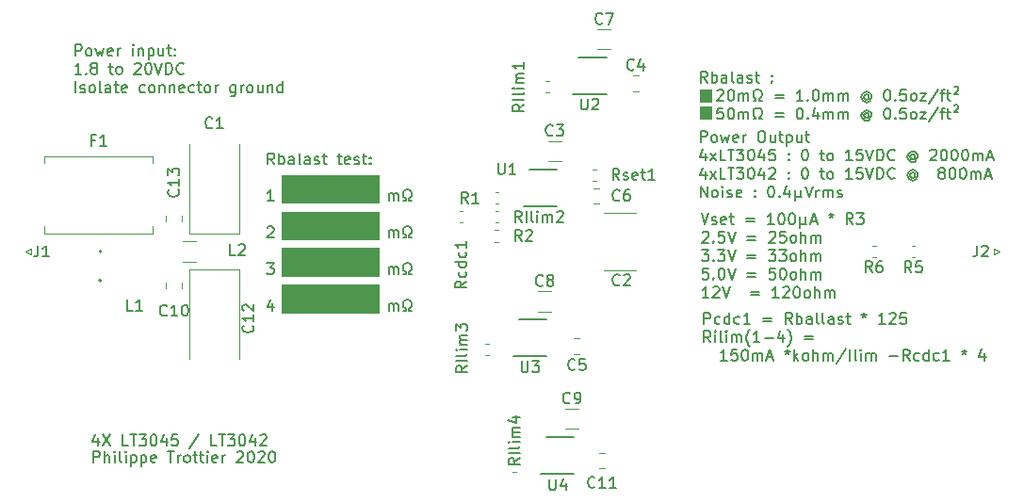
<source format=gbr>
%TF.GenerationSoftware,KiCad,Pcbnew,5.1.7*%
%TF.CreationDate,2020-12-14T18:01:03+00:00*%
%TF.ProjectId,LT3045-4,4c543330-3435-42d3-942e-6b696361645f,rev?*%
%TF.SameCoordinates,Original*%
%TF.FileFunction,Legend,Top*%
%TF.FilePolarity,Positive*%
%FSLAX46Y46*%
G04 Gerber Fmt 4.6, Leading zero omitted, Abs format (unit mm)*
G04 Created by KiCad (PCBNEW 5.1.7) date 2020-12-14 18:01:03*
%MOMM*%
%LPD*%
G01*
G04 APERTURE LIST*
%ADD10C,0.100000*%
%ADD11C,0.150000*%
%ADD12C,0.120000*%
G04 APERTURE END LIST*
D10*
G36*
X38000000Y-30500000D02*
G01*
X29300000Y-30500000D01*
X29300000Y-28000000D01*
X38000000Y-28000000D01*
X38000000Y-30500000D01*
G37*
X38000000Y-30500000D02*
X29300000Y-30500000D01*
X29300000Y-28000000D01*
X38000000Y-28000000D01*
X38000000Y-30500000D01*
G36*
X38000000Y-27200000D02*
G01*
X29300000Y-27200000D01*
X29300000Y-24700000D01*
X38000000Y-24700000D01*
X38000000Y-27200000D01*
G37*
X38000000Y-27200000D02*
X29300000Y-27200000D01*
X29300000Y-24700000D01*
X38000000Y-24700000D01*
X38000000Y-27200000D01*
G36*
X38000000Y-23900000D02*
G01*
X29300000Y-23900000D01*
X29300000Y-21400000D01*
X38000000Y-21400000D01*
X38000000Y-23900000D01*
G37*
X38000000Y-23900000D02*
X29300000Y-23900000D01*
X29300000Y-21400000D01*
X38000000Y-21400000D01*
X38000000Y-23900000D01*
G36*
X38000000Y-20600000D02*
G01*
X29300000Y-20600000D01*
X29300000Y-18100000D01*
X38000000Y-18100000D01*
X38000000Y-20600000D01*
G37*
X38000000Y-20600000D02*
X29300000Y-20600000D01*
X29300000Y-18100000D01*
X38000000Y-18100000D01*
X38000000Y-20600000D01*
D11*
X28607023Y-17152380D02*
X28273690Y-16676190D01*
X28035595Y-17152380D02*
X28035595Y-16152380D01*
X28416547Y-16152380D01*
X28511785Y-16200000D01*
X28559404Y-16247619D01*
X28607023Y-16342857D01*
X28607023Y-16485714D01*
X28559404Y-16580952D01*
X28511785Y-16628571D01*
X28416547Y-16676190D01*
X28035595Y-16676190D01*
X29035595Y-17152380D02*
X29035595Y-16152380D01*
X29035595Y-16533333D02*
X29130833Y-16485714D01*
X29321309Y-16485714D01*
X29416547Y-16533333D01*
X29464166Y-16580952D01*
X29511785Y-16676190D01*
X29511785Y-16961904D01*
X29464166Y-17057142D01*
X29416547Y-17104761D01*
X29321309Y-17152380D01*
X29130833Y-17152380D01*
X29035595Y-17104761D01*
X30368928Y-17152380D02*
X30368928Y-16628571D01*
X30321309Y-16533333D01*
X30226071Y-16485714D01*
X30035595Y-16485714D01*
X29940357Y-16533333D01*
X30368928Y-17104761D02*
X30273690Y-17152380D01*
X30035595Y-17152380D01*
X29940357Y-17104761D01*
X29892738Y-17009523D01*
X29892738Y-16914285D01*
X29940357Y-16819047D01*
X30035595Y-16771428D01*
X30273690Y-16771428D01*
X30368928Y-16723809D01*
X30987976Y-17152380D02*
X30892738Y-17104761D01*
X30845119Y-17009523D01*
X30845119Y-16152380D01*
X31797500Y-17152380D02*
X31797500Y-16628571D01*
X31749880Y-16533333D01*
X31654642Y-16485714D01*
X31464166Y-16485714D01*
X31368928Y-16533333D01*
X31797500Y-17104761D02*
X31702261Y-17152380D01*
X31464166Y-17152380D01*
X31368928Y-17104761D01*
X31321309Y-17009523D01*
X31321309Y-16914285D01*
X31368928Y-16819047D01*
X31464166Y-16771428D01*
X31702261Y-16771428D01*
X31797500Y-16723809D01*
X32226071Y-17104761D02*
X32321309Y-17152380D01*
X32511785Y-17152380D01*
X32607023Y-17104761D01*
X32654642Y-17009523D01*
X32654642Y-16961904D01*
X32607023Y-16866666D01*
X32511785Y-16819047D01*
X32368928Y-16819047D01*
X32273690Y-16771428D01*
X32226071Y-16676190D01*
X32226071Y-16628571D01*
X32273690Y-16533333D01*
X32368928Y-16485714D01*
X32511785Y-16485714D01*
X32607023Y-16533333D01*
X32940357Y-16485714D02*
X33321309Y-16485714D01*
X33083214Y-16152380D02*
X33083214Y-17009523D01*
X33130833Y-17104761D01*
X33226071Y-17152380D01*
X33321309Y-17152380D01*
X34273690Y-16485714D02*
X34654642Y-16485714D01*
X34416547Y-16152380D02*
X34416547Y-17009523D01*
X34464166Y-17104761D01*
X34559404Y-17152380D01*
X34654642Y-17152380D01*
X35368928Y-17104761D02*
X35273690Y-17152380D01*
X35083214Y-17152380D01*
X34987976Y-17104761D01*
X34940357Y-17009523D01*
X34940357Y-16628571D01*
X34987976Y-16533333D01*
X35083214Y-16485714D01*
X35273690Y-16485714D01*
X35368928Y-16533333D01*
X35416547Y-16628571D01*
X35416547Y-16723809D01*
X34940357Y-16819047D01*
X35797500Y-17104761D02*
X35892738Y-17152380D01*
X36083214Y-17152380D01*
X36178452Y-17104761D01*
X36226071Y-17009523D01*
X36226071Y-16961904D01*
X36178452Y-16866666D01*
X36083214Y-16819047D01*
X35940357Y-16819047D01*
X35845119Y-16771428D01*
X35797500Y-16676190D01*
X35797500Y-16628571D01*
X35845119Y-16533333D01*
X35940357Y-16485714D01*
X36083214Y-16485714D01*
X36178452Y-16533333D01*
X36511785Y-16485714D02*
X36892738Y-16485714D01*
X36654642Y-16152380D02*
X36654642Y-17009523D01*
X36702261Y-17104761D01*
X36797500Y-17152380D01*
X36892738Y-17152380D01*
X37226071Y-17057142D02*
X37273690Y-17104761D01*
X37226071Y-17152380D01*
X37178452Y-17104761D01*
X37226071Y-17057142D01*
X37226071Y-17152380D01*
X37226071Y-16533333D02*
X37273690Y-16580952D01*
X37226071Y-16628571D01*
X37178452Y-16580952D01*
X37226071Y-16533333D01*
X37226071Y-16628571D01*
X28559404Y-20452380D02*
X27987976Y-20452380D01*
X28273690Y-20452380D02*
X28273690Y-19452380D01*
X28178452Y-19595238D01*
X28083214Y-19690476D01*
X27987976Y-19738095D01*
X38892738Y-20452380D02*
X38892738Y-19785714D01*
X38892738Y-19880952D02*
X38940357Y-19833333D01*
X39035595Y-19785714D01*
X39178452Y-19785714D01*
X39273690Y-19833333D01*
X39321309Y-19928571D01*
X39321309Y-20452380D01*
X39321309Y-19928571D02*
X39368928Y-19833333D01*
X39464166Y-19785714D01*
X39607023Y-19785714D01*
X39702261Y-19833333D01*
X39749880Y-19928571D01*
X39749880Y-20452380D01*
X40178452Y-20452380D02*
X40416547Y-20452380D01*
X40416547Y-20261904D01*
X40321309Y-20214285D01*
X40226071Y-20119047D01*
X40178452Y-19976190D01*
X40178452Y-19738095D01*
X40226071Y-19595238D01*
X40321309Y-19500000D01*
X40464166Y-19452380D01*
X40654642Y-19452380D01*
X40797500Y-19500000D01*
X40892738Y-19595238D01*
X40940357Y-19738095D01*
X40940357Y-19976190D01*
X40892738Y-20119047D01*
X40797500Y-20214285D01*
X40702261Y-20261904D01*
X40702261Y-20452380D01*
X40940357Y-20452380D01*
X27987976Y-22847619D02*
X28035595Y-22800000D01*
X28130833Y-22752380D01*
X28368928Y-22752380D01*
X28464166Y-22800000D01*
X28511785Y-22847619D01*
X28559404Y-22942857D01*
X28559404Y-23038095D01*
X28511785Y-23180952D01*
X27940357Y-23752380D01*
X28559404Y-23752380D01*
X38892738Y-23752380D02*
X38892738Y-23085714D01*
X38892738Y-23180952D02*
X38940357Y-23133333D01*
X39035595Y-23085714D01*
X39178452Y-23085714D01*
X39273690Y-23133333D01*
X39321309Y-23228571D01*
X39321309Y-23752380D01*
X39321309Y-23228571D02*
X39368928Y-23133333D01*
X39464166Y-23085714D01*
X39607023Y-23085714D01*
X39702261Y-23133333D01*
X39749880Y-23228571D01*
X39749880Y-23752380D01*
X40178452Y-23752380D02*
X40416547Y-23752380D01*
X40416547Y-23561904D01*
X40321309Y-23514285D01*
X40226071Y-23419047D01*
X40178452Y-23276190D01*
X40178452Y-23038095D01*
X40226071Y-22895238D01*
X40321309Y-22800000D01*
X40464166Y-22752380D01*
X40654642Y-22752380D01*
X40797500Y-22800000D01*
X40892738Y-22895238D01*
X40940357Y-23038095D01*
X40940357Y-23276190D01*
X40892738Y-23419047D01*
X40797500Y-23514285D01*
X40702261Y-23561904D01*
X40702261Y-23752380D01*
X40940357Y-23752380D01*
X27940357Y-26052380D02*
X28559404Y-26052380D01*
X28226071Y-26433333D01*
X28368928Y-26433333D01*
X28464166Y-26480952D01*
X28511785Y-26528571D01*
X28559404Y-26623809D01*
X28559404Y-26861904D01*
X28511785Y-26957142D01*
X28464166Y-27004761D01*
X28368928Y-27052380D01*
X28083214Y-27052380D01*
X27987976Y-27004761D01*
X27940357Y-26957142D01*
X38892738Y-27052380D02*
X38892738Y-26385714D01*
X38892738Y-26480952D02*
X38940357Y-26433333D01*
X39035595Y-26385714D01*
X39178452Y-26385714D01*
X39273690Y-26433333D01*
X39321309Y-26528571D01*
X39321309Y-27052380D01*
X39321309Y-26528571D02*
X39368928Y-26433333D01*
X39464166Y-26385714D01*
X39607023Y-26385714D01*
X39702261Y-26433333D01*
X39749880Y-26528571D01*
X39749880Y-27052380D01*
X40178452Y-27052380D02*
X40416547Y-27052380D01*
X40416547Y-26861904D01*
X40321309Y-26814285D01*
X40226071Y-26719047D01*
X40178452Y-26576190D01*
X40178452Y-26338095D01*
X40226071Y-26195238D01*
X40321309Y-26100000D01*
X40464166Y-26052380D01*
X40654642Y-26052380D01*
X40797500Y-26100000D01*
X40892738Y-26195238D01*
X40940357Y-26338095D01*
X40940357Y-26576190D01*
X40892738Y-26719047D01*
X40797500Y-26814285D01*
X40702261Y-26861904D01*
X40702261Y-27052380D01*
X40940357Y-27052380D01*
X28464166Y-29685714D02*
X28464166Y-30352380D01*
X28226071Y-29304761D02*
X27987976Y-30019047D01*
X28607023Y-30019047D01*
X38892738Y-30352380D02*
X38892738Y-29685714D01*
X38892738Y-29780952D02*
X38940357Y-29733333D01*
X39035595Y-29685714D01*
X39178452Y-29685714D01*
X39273690Y-29733333D01*
X39321309Y-29828571D01*
X39321309Y-30352380D01*
X39321309Y-29828571D02*
X39368928Y-29733333D01*
X39464166Y-29685714D01*
X39607023Y-29685714D01*
X39702261Y-29733333D01*
X39749880Y-29828571D01*
X39749880Y-30352380D01*
X40178452Y-30352380D02*
X40416547Y-30352380D01*
X40416547Y-30161904D01*
X40321309Y-30114285D01*
X40226071Y-30019047D01*
X40178452Y-29876190D01*
X40178452Y-29638095D01*
X40226071Y-29495238D01*
X40321309Y-29400000D01*
X40464166Y-29352380D01*
X40654642Y-29352380D01*
X40797500Y-29400000D01*
X40892738Y-29495238D01*
X40940357Y-29638095D01*
X40940357Y-29876190D01*
X40892738Y-30019047D01*
X40797500Y-30114285D01*
X40702261Y-30161904D01*
X40702261Y-30352380D01*
X40940357Y-30352380D01*
X67235595Y-31502380D02*
X67235595Y-30502380D01*
X67616547Y-30502380D01*
X67711785Y-30550000D01*
X67759404Y-30597619D01*
X67807023Y-30692857D01*
X67807023Y-30835714D01*
X67759404Y-30930952D01*
X67711785Y-30978571D01*
X67616547Y-31026190D01*
X67235595Y-31026190D01*
X68664166Y-31454761D02*
X68568928Y-31502380D01*
X68378452Y-31502380D01*
X68283214Y-31454761D01*
X68235595Y-31407142D01*
X68187976Y-31311904D01*
X68187976Y-31026190D01*
X68235595Y-30930952D01*
X68283214Y-30883333D01*
X68378452Y-30835714D01*
X68568928Y-30835714D01*
X68664166Y-30883333D01*
X69521309Y-31502380D02*
X69521309Y-30502380D01*
X69521309Y-31454761D02*
X69426071Y-31502380D01*
X69235595Y-31502380D01*
X69140357Y-31454761D01*
X69092738Y-31407142D01*
X69045119Y-31311904D01*
X69045119Y-31026190D01*
X69092738Y-30930952D01*
X69140357Y-30883333D01*
X69235595Y-30835714D01*
X69426071Y-30835714D01*
X69521309Y-30883333D01*
X70426071Y-31454761D02*
X70330833Y-31502380D01*
X70140357Y-31502380D01*
X70045119Y-31454761D01*
X69997500Y-31407142D01*
X69949880Y-31311904D01*
X69949880Y-31026190D01*
X69997500Y-30930952D01*
X70045119Y-30883333D01*
X70140357Y-30835714D01*
X70330833Y-30835714D01*
X70426071Y-30883333D01*
X71378452Y-31502380D02*
X70807023Y-31502380D01*
X71092738Y-31502380D02*
X71092738Y-30502380D01*
X70997500Y-30645238D01*
X70902261Y-30740476D01*
X70807023Y-30788095D01*
X72568928Y-30978571D02*
X73330833Y-30978571D01*
X73330833Y-31264285D02*
X72568928Y-31264285D01*
X75140357Y-31502380D02*
X74807023Y-31026190D01*
X74568928Y-31502380D02*
X74568928Y-30502380D01*
X74949880Y-30502380D01*
X75045119Y-30550000D01*
X75092738Y-30597619D01*
X75140357Y-30692857D01*
X75140357Y-30835714D01*
X75092738Y-30930952D01*
X75045119Y-30978571D01*
X74949880Y-31026190D01*
X74568928Y-31026190D01*
X75568928Y-31502380D02*
X75568928Y-30502380D01*
X75568928Y-30883333D02*
X75664166Y-30835714D01*
X75854642Y-30835714D01*
X75949880Y-30883333D01*
X75997500Y-30930952D01*
X76045119Y-31026190D01*
X76045119Y-31311904D01*
X75997500Y-31407142D01*
X75949880Y-31454761D01*
X75854642Y-31502380D01*
X75664166Y-31502380D01*
X75568928Y-31454761D01*
X76902261Y-31502380D02*
X76902261Y-30978571D01*
X76854642Y-30883333D01*
X76759404Y-30835714D01*
X76568928Y-30835714D01*
X76473690Y-30883333D01*
X76902261Y-31454761D02*
X76807023Y-31502380D01*
X76568928Y-31502380D01*
X76473690Y-31454761D01*
X76426071Y-31359523D01*
X76426071Y-31264285D01*
X76473690Y-31169047D01*
X76568928Y-31121428D01*
X76807023Y-31121428D01*
X76902261Y-31073809D01*
X77521309Y-31502380D02*
X77426071Y-31454761D01*
X77378452Y-31359523D01*
X77378452Y-30502380D01*
X78045119Y-31502380D02*
X77949880Y-31454761D01*
X77902261Y-31359523D01*
X77902261Y-30502380D01*
X78854642Y-31502380D02*
X78854642Y-30978571D01*
X78807023Y-30883333D01*
X78711785Y-30835714D01*
X78521309Y-30835714D01*
X78426071Y-30883333D01*
X78854642Y-31454761D02*
X78759404Y-31502380D01*
X78521309Y-31502380D01*
X78426071Y-31454761D01*
X78378452Y-31359523D01*
X78378452Y-31264285D01*
X78426071Y-31169047D01*
X78521309Y-31121428D01*
X78759404Y-31121428D01*
X78854642Y-31073809D01*
X79283214Y-31454761D02*
X79378452Y-31502380D01*
X79568928Y-31502380D01*
X79664166Y-31454761D01*
X79711785Y-31359523D01*
X79711785Y-31311904D01*
X79664166Y-31216666D01*
X79568928Y-31169047D01*
X79426071Y-31169047D01*
X79330833Y-31121428D01*
X79283214Y-31026190D01*
X79283214Y-30978571D01*
X79330833Y-30883333D01*
X79426071Y-30835714D01*
X79568928Y-30835714D01*
X79664166Y-30883333D01*
X79997500Y-30835714D02*
X80378452Y-30835714D01*
X80140357Y-30502380D02*
X80140357Y-31359523D01*
X80187976Y-31454761D01*
X80283214Y-31502380D01*
X80378452Y-31502380D01*
X81616547Y-30502380D02*
X81616547Y-30740476D01*
X81378452Y-30645238D02*
X81616547Y-30740476D01*
X81854642Y-30645238D01*
X81473690Y-30930952D02*
X81616547Y-30740476D01*
X81759404Y-30930952D01*
X83521309Y-31502380D02*
X82949880Y-31502380D01*
X83235595Y-31502380D02*
X83235595Y-30502380D01*
X83140357Y-30645238D01*
X83045119Y-30740476D01*
X82949880Y-30788095D01*
X83902261Y-30597619D02*
X83949880Y-30550000D01*
X84045119Y-30502380D01*
X84283214Y-30502380D01*
X84378452Y-30550000D01*
X84426071Y-30597619D01*
X84473690Y-30692857D01*
X84473690Y-30788095D01*
X84426071Y-30930952D01*
X83854642Y-31502380D01*
X84473690Y-31502380D01*
X85378452Y-30502380D02*
X84902261Y-30502380D01*
X84854642Y-30978571D01*
X84902261Y-30930952D01*
X84997500Y-30883333D01*
X85235595Y-30883333D01*
X85330833Y-30930952D01*
X85378452Y-30978571D01*
X85426071Y-31073809D01*
X85426071Y-31311904D01*
X85378452Y-31407142D01*
X85330833Y-31454761D01*
X85235595Y-31502380D01*
X84997500Y-31502380D01*
X84902261Y-31454761D01*
X84854642Y-31407142D01*
X67807023Y-33152380D02*
X67473690Y-32676190D01*
X67235595Y-33152380D02*
X67235595Y-32152380D01*
X67616547Y-32152380D01*
X67711785Y-32200000D01*
X67759404Y-32247619D01*
X67807023Y-32342857D01*
X67807023Y-32485714D01*
X67759404Y-32580952D01*
X67711785Y-32628571D01*
X67616547Y-32676190D01*
X67235595Y-32676190D01*
X68235595Y-33152380D02*
X68235595Y-32485714D01*
X68235595Y-32152380D02*
X68187976Y-32200000D01*
X68235595Y-32247619D01*
X68283214Y-32200000D01*
X68235595Y-32152380D01*
X68235595Y-32247619D01*
X68854642Y-33152380D02*
X68759404Y-33104761D01*
X68711785Y-33009523D01*
X68711785Y-32152380D01*
X69235595Y-33152380D02*
X69235595Y-32485714D01*
X69235595Y-32152380D02*
X69187976Y-32200000D01*
X69235595Y-32247619D01*
X69283214Y-32200000D01*
X69235595Y-32152380D01*
X69235595Y-32247619D01*
X69711785Y-33152380D02*
X69711785Y-32485714D01*
X69711785Y-32580952D02*
X69759404Y-32533333D01*
X69854642Y-32485714D01*
X69997500Y-32485714D01*
X70092738Y-32533333D01*
X70140357Y-32628571D01*
X70140357Y-33152380D01*
X70140357Y-32628571D02*
X70187976Y-32533333D01*
X70283214Y-32485714D01*
X70426071Y-32485714D01*
X70521309Y-32533333D01*
X70568928Y-32628571D01*
X70568928Y-33152380D01*
X71330833Y-33533333D02*
X71283214Y-33485714D01*
X71187976Y-33342857D01*
X71140357Y-33247619D01*
X71092738Y-33104761D01*
X71045119Y-32866666D01*
X71045119Y-32676190D01*
X71092738Y-32438095D01*
X71140357Y-32295238D01*
X71187976Y-32200000D01*
X71283214Y-32057142D01*
X71330833Y-32009523D01*
X72235595Y-33152380D02*
X71664166Y-33152380D01*
X71949880Y-33152380D02*
X71949880Y-32152380D01*
X71854642Y-32295238D01*
X71759404Y-32390476D01*
X71664166Y-32438095D01*
X72664166Y-32771428D02*
X73426071Y-32771428D01*
X74330833Y-32485714D02*
X74330833Y-33152380D01*
X74092738Y-32104761D02*
X73854642Y-32819047D01*
X74473690Y-32819047D01*
X74759404Y-33533333D02*
X74807023Y-33485714D01*
X74902261Y-33342857D01*
X74949880Y-33247619D01*
X74997500Y-33104761D01*
X75045119Y-32866666D01*
X75045119Y-32676190D01*
X74997500Y-32438095D01*
X74949880Y-32295238D01*
X74902261Y-32200000D01*
X74807023Y-32057142D01*
X74759404Y-32009523D01*
X76283214Y-32628571D02*
X77045119Y-32628571D01*
X77045119Y-32914285D02*
X76283214Y-32914285D01*
X69283214Y-34802380D02*
X68711785Y-34802380D01*
X68997500Y-34802380D02*
X68997500Y-33802380D01*
X68902261Y-33945238D01*
X68807023Y-34040476D01*
X68711785Y-34088095D01*
X70187976Y-33802380D02*
X69711785Y-33802380D01*
X69664166Y-34278571D01*
X69711785Y-34230952D01*
X69807023Y-34183333D01*
X70045119Y-34183333D01*
X70140357Y-34230952D01*
X70187976Y-34278571D01*
X70235595Y-34373809D01*
X70235595Y-34611904D01*
X70187976Y-34707142D01*
X70140357Y-34754761D01*
X70045119Y-34802380D01*
X69807023Y-34802380D01*
X69711785Y-34754761D01*
X69664166Y-34707142D01*
X70854642Y-33802380D02*
X70949880Y-33802380D01*
X71045119Y-33850000D01*
X71092738Y-33897619D01*
X71140357Y-33992857D01*
X71187976Y-34183333D01*
X71187976Y-34421428D01*
X71140357Y-34611904D01*
X71092738Y-34707142D01*
X71045119Y-34754761D01*
X70949880Y-34802380D01*
X70854642Y-34802380D01*
X70759404Y-34754761D01*
X70711785Y-34707142D01*
X70664166Y-34611904D01*
X70616547Y-34421428D01*
X70616547Y-34183333D01*
X70664166Y-33992857D01*
X70711785Y-33897619D01*
X70759404Y-33850000D01*
X70854642Y-33802380D01*
X71616547Y-34802380D02*
X71616547Y-34135714D01*
X71616547Y-34230952D02*
X71664166Y-34183333D01*
X71759404Y-34135714D01*
X71902261Y-34135714D01*
X71997500Y-34183333D01*
X72045119Y-34278571D01*
X72045119Y-34802380D01*
X72045119Y-34278571D02*
X72092738Y-34183333D01*
X72187976Y-34135714D01*
X72330833Y-34135714D01*
X72426071Y-34183333D01*
X72473690Y-34278571D01*
X72473690Y-34802380D01*
X72902261Y-34516666D02*
X73378452Y-34516666D01*
X72807023Y-34802380D02*
X73140357Y-33802380D01*
X73473690Y-34802380D01*
X74711785Y-33802380D02*
X74711785Y-34040476D01*
X74473690Y-33945238D02*
X74711785Y-34040476D01*
X74949880Y-33945238D01*
X74568928Y-34230952D02*
X74711785Y-34040476D01*
X74854642Y-34230952D01*
X75330833Y-34802380D02*
X75330833Y-33802380D01*
X75426071Y-34421428D02*
X75711785Y-34802380D01*
X75711785Y-34135714D02*
X75330833Y-34516666D01*
X76283214Y-34802380D02*
X76187976Y-34754761D01*
X76140357Y-34707142D01*
X76092738Y-34611904D01*
X76092738Y-34326190D01*
X76140357Y-34230952D01*
X76187976Y-34183333D01*
X76283214Y-34135714D01*
X76426071Y-34135714D01*
X76521309Y-34183333D01*
X76568928Y-34230952D01*
X76616547Y-34326190D01*
X76616547Y-34611904D01*
X76568928Y-34707142D01*
X76521309Y-34754761D01*
X76426071Y-34802380D01*
X76283214Y-34802380D01*
X77045119Y-34802380D02*
X77045119Y-33802380D01*
X77473690Y-34802380D02*
X77473690Y-34278571D01*
X77426071Y-34183333D01*
X77330833Y-34135714D01*
X77187976Y-34135714D01*
X77092738Y-34183333D01*
X77045119Y-34230952D01*
X77949880Y-34802380D02*
X77949880Y-34135714D01*
X77949880Y-34230952D02*
X77997500Y-34183333D01*
X78092738Y-34135714D01*
X78235595Y-34135714D01*
X78330833Y-34183333D01*
X78378452Y-34278571D01*
X78378452Y-34802380D01*
X78378452Y-34278571D02*
X78426071Y-34183333D01*
X78521309Y-34135714D01*
X78664166Y-34135714D01*
X78759404Y-34183333D01*
X78807023Y-34278571D01*
X78807023Y-34802380D01*
X79997500Y-33754761D02*
X79140357Y-35040476D01*
X80330833Y-34802380D02*
X80330833Y-33802380D01*
X80949880Y-34802380D02*
X80854642Y-34754761D01*
X80807023Y-34659523D01*
X80807023Y-33802380D01*
X81330833Y-34802380D02*
X81330833Y-34135714D01*
X81330833Y-33802380D02*
X81283214Y-33850000D01*
X81330833Y-33897619D01*
X81378452Y-33850000D01*
X81330833Y-33802380D01*
X81330833Y-33897619D01*
X81807023Y-34802380D02*
X81807023Y-34135714D01*
X81807023Y-34230952D02*
X81854642Y-34183333D01*
X81949880Y-34135714D01*
X82092738Y-34135714D01*
X82187976Y-34183333D01*
X82235595Y-34278571D01*
X82235595Y-34802380D01*
X82235595Y-34278571D02*
X82283214Y-34183333D01*
X82378452Y-34135714D01*
X82521309Y-34135714D01*
X82616547Y-34183333D01*
X82664166Y-34278571D01*
X82664166Y-34802380D01*
X83902261Y-34421428D02*
X84664166Y-34421428D01*
X85711785Y-34802380D02*
X85378452Y-34326190D01*
X85140357Y-34802380D02*
X85140357Y-33802380D01*
X85521309Y-33802380D01*
X85616547Y-33850000D01*
X85664166Y-33897619D01*
X85711785Y-33992857D01*
X85711785Y-34135714D01*
X85664166Y-34230952D01*
X85616547Y-34278571D01*
X85521309Y-34326190D01*
X85140357Y-34326190D01*
X86568928Y-34754761D02*
X86473690Y-34802380D01*
X86283214Y-34802380D01*
X86187976Y-34754761D01*
X86140357Y-34707142D01*
X86092738Y-34611904D01*
X86092738Y-34326190D01*
X86140357Y-34230952D01*
X86187976Y-34183333D01*
X86283214Y-34135714D01*
X86473690Y-34135714D01*
X86568928Y-34183333D01*
X87426071Y-34802380D02*
X87426071Y-33802380D01*
X87426071Y-34754761D02*
X87330833Y-34802380D01*
X87140357Y-34802380D01*
X87045119Y-34754761D01*
X86997500Y-34707142D01*
X86949880Y-34611904D01*
X86949880Y-34326190D01*
X86997500Y-34230952D01*
X87045119Y-34183333D01*
X87140357Y-34135714D01*
X87330833Y-34135714D01*
X87426071Y-34183333D01*
X88330833Y-34754761D02*
X88235595Y-34802380D01*
X88045119Y-34802380D01*
X87949880Y-34754761D01*
X87902261Y-34707142D01*
X87854642Y-34611904D01*
X87854642Y-34326190D01*
X87902261Y-34230952D01*
X87949880Y-34183333D01*
X88045119Y-34135714D01*
X88235595Y-34135714D01*
X88330833Y-34183333D01*
X89283214Y-34802380D02*
X88711785Y-34802380D01*
X88997500Y-34802380D02*
X88997500Y-33802380D01*
X88902261Y-33945238D01*
X88807023Y-34040476D01*
X88711785Y-34088095D01*
X90616547Y-33802380D02*
X90616547Y-34040476D01*
X90378452Y-33945238D02*
X90616547Y-34040476D01*
X90854642Y-33945238D01*
X90473690Y-34230952D02*
X90616547Y-34040476D01*
X90759404Y-34230952D01*
X92426071Y-34135714D02*
X92426071Y-34802380D01*
X92187976Y-33754761D02*
X91949880Y-34469047D01*
X92568928Y-34469047D01*
D10*
G36*
X67900000Y-13100000D02*
G01*
X66900000Y-13100000D01*
X66900000Y-12000000D01*
X67900000Y-12000000D01*
X67900000Y-13100000D01*
G37*
X67900000Y-13100000D02*
X66900000Y-13100000D01*
X66900000Y-12000000D01*
X67900000Y-12000000D01*
X67900000Y-13100000D01*
G36*
X67900000Y-11500000D02*
G01*
X66900000Y-11500000D01*
X66900000Y-10400000D01*
X67900000Y-10400000D01*
X67900000Y-11500000D01*
G37*
X67900000Y-11500000D02*
X66900000Y-11500000D01*
X66900000Y-10400000D01*
X67900000Y-10400000D01*
X67900000Y-11500000D01*
D11*
X67507023Y-9802380D02*
X67173690Y-9326190D01*
X66935595Y-9802380D02*
X66935595Y-8802380D01*
X67316547Y-8802380D01*
X67411785Y-8850000D01*
X67459404Y-8897619D01*
X67507023Y-8992857D01*
X67507023Y-9135714D01*
X67459404Y-9230952D01*
X67411785Y-9278571D01*
X67316547Y-9326190D01*
X66935595Y-9326190D01*
X67935595Y-9802380D02*
X67935595Y-8802380D01*
X67935595Y-9183333D02*
X68030833Y-9135714D01*
X68221309Y-9135714D01*
X68316547Y-9183333D01*
X68364166Y-9230952D01*
X68411785Y-9326190D01*
X68411785Y-9611904D01*
X68364166Y-9707142D01*
X68316547Y-9754761D01*
X68221309Y-9802380D01*
X68030833Y-9802380D01*
X67935595Y-9754761D01*
X69268928Y-9802380D02*
X69268928Y-9278571D01*
X69221309Y-9183333D01*
X69126071Y-9135714D01*
X68935595Y-9135714D01*
X68840357Y-9183333D01*
X69268928Y-9754761D02*
X69173690Y-9802380D01*
X68935595Y-9802380D01*
X68840357Y-9754761D01*
X68792738Y-9659523D01*
X68792738Y-9564285D01*
X68840357Y-9469047D01*
X68935595Y-9421428D01*
X69173690Y-9421428D01*
X69268928Y-9373809D01*
X69887976Y-9802380D02*
X69792738Y-9754761D01*
X69745119Y-9659523D01*
X69745119Y-8802380D01*
X70697500Y-9802380D02*
X70697500Y-9278571D01*
X70649880Y-9183333D01*
X70554642Y-9135714D01*
X70364166Y-9135714D01*
X70268928Y-9183333D01*
X70697500Y-9754761D02*
X70602261Y-9802380D01*
X70364166Y-9802380D01*
X70268928Y-9754761D01*
X70221309Y-9659523D01*
X70221309Y-9564285D01*
X70268928Y-9469047D01*
X70364166Y-9421428D01*
X70602261Y-9421428D01*
X70697500Y-9373809D01*
X71126071Y-9754761D02*
X71221309Y-9802380D01*
X71411785Y-9802380D01*
X71507023Y-9754761D01*
X71554642Y-9659523D01*
X71554642Y-9611904D01*
X71507023Y-9516666D01*
X71411785Y-9469047D01*
X71268928Y-9469047D01*
X71173690Y-9421428D01*
X71126071Y-9326190D01*
X71126071Y-9278571D01*
X71173690Y-9183333D01*
X71268928Y-9135714D01*
X71411785Y-9135714D01*
X71507023Y-9183333D01*
X71840357Y-9135714D02*
X72221309Y-9135714D01*
X71983214Y-8802380D02*
X71983214Y-9659523D01*
X72030833Y-9754761D01*
X72126071Y-9802380D01*
X72221309Y-9802380D01*
X73316547Y-9707142D02*
X73364166Y-9754761D01*
X73316547Y-9802380D01*
X73268928Y-9754761D01*
X73316547Y-9707142D01*
X73316547Y-9802380D01*
X73316547Y-9183333D02*
X73364166Y-9230952D01*
X73316547Y-9278571D01*
X73268928Y-9230952D01*
X73316547Y-9183333D01*
X73316547Y-9278571D01*
X68411785Y-10547619D02*
X68459404Y-10500000D01*
X68554642Y-10452380D01*
X68792738Y-10452380D01*
X68887976Y-10500000D01*
X68935595Y-10547619D01*
X68983214Y-10642857D01*
X68983214Y-10738095D01*
X68935595Y-10880952D01*
X68364166Y-11452380D01*
X68983214Y-11452380D01*
X69602261Y-10452380D02*
X69697500Y-10452380D01*
X69792738Y-10500000D01*
X69840357Y-10547619D01*
X69887976Y-10642857D01*
X69935595Y-10833333D01*
X69935595Y-11071428D01*
X69887976Y-11261904D01*
X69840357Y-11357142D01*
X69792738Y-11404761D01*
X69697500Y-11452380D01*
X69602261Y-11452380D01*
X69507023Y-11404761D01*
X69459404Y-11357142D01*
X69411785Y-11261904D01*
X69364166Y-11071428D01*
X69364166Y-10833333D01*
X69411785Y-10642857D01*
X69459404Y-10547619D01*
X69507023Y-10500000D01*
X69602261Y-10452380D01*
X70364166Y-11452380D02*
X70364166Y-10785714D01*
X70364166Y-10880952D02*
X70411785Y-10833333D01*
X70507023Y-10785714D01*
X70649880Y-10785714D01*
X70745119Y-10833333D01*
X70792738Y-10928571D01*
X70792738Y-11452380D01*
X70792738Y-10928571D02*
X70840357Y-10833333D01*
X70935595Y-10785714D01*
X71078452Y-10785714D01*
X71173690Y-10833333D01*
X71221309Y-10928571D01*
X71221309Y-11452380D01*
X71649880Y-11452380D02*
X71887976Y-11452380D01*
X71887976Y-11261904D01*
X71792738Y-11214285D01*
X71697500Y-11119047D01*
X71649880Y-10976190D01*
X71649880Y-10738095D01*
X71697500Y-10595238D01*
X71792738Y-10500000D01*
X71935595Y-10452380D01*
X72126071Y-10452380D01*
X72268928Y-10500000D01*
X72364166Y-10595238D01*
X72411785Y-10738095D01*
X72411785Y-10976190D01*
X72364166Y-11119047D01*
X72268928Y-11214285D01*
X72173690Y-11261904D01*
X72173690Y-11452380D01*
X72411785Y-11452380D01*
X73602261Y-10928571D02*
X74364166Y-10928571D01*
X74364166Y-11214285D02*
X73602261Y-11214285D01*
X76126071Y-11452380D02*
X75554642Y-11452380D01*
X75840357Y-11452380D02*
X75840357Y-10452380D01*
X75745119Y-10595238D01*
X75649880Y-10690476D01*
X75554642Y-10738095D01*
X76554642Y-11357142D02*
X76602261Y-11404761D01*
X76554642Y-11452380D01*
X76507023Y-11404761D01*
X76554642Y-11357142D01*
X76554642Y-11452380D01*
X77221309Y-10452380D02*
X77316547Y-10452380D01*
X77411785Y-10500000D01*
X77459404Y-10547619D01*
X77507023Y-10642857D01*
X77554642Y-10833333D01*
X77554642Y-11071428D01*
X77507023Y-11261904D01*
X77459404Y-11357142D01*
X77411785Y-11404761D01*
X77316547Y-11452380D01*
X77221309Y-11452380D01*
X77126071Y-11404761D01*
X77078452Y-11357142D01*
X77030833Y-11261904D01*
X76983214Y-11071428D01*
X76983214Y-10833333D01*
X77030833Y-10642857D01*
X77078452Y-10547619D01*
X77126071Y-10500000D01*
X77221309Y-10452380D01*
X77983214Y-11452380D02*
X77983214Y-10785714D01*
X77983214Y-10880952D02*
X78030833Y-10833333D01*
X78126071Y-10785714D01*
X78268928Y-10785714D01*
X78364166Y-10833333D01*
X78411785Y-10928571D01*
X78411785Y-11452380D01*
X78411785Y-10928571D02*
X78459404Y-10833333D01*
X78554642Y-10785714D01*
X78697500Y-10785714D01*
X78792738Y-10833333D01*
X78840357Y-10928571D01*
X78840357Y-11452380D01*
X79316547Y-11452380D02*
X79316547Y-10785714D01*
X79316547Y-10880952D02*
X79364166Y-10833333D01*
X79459404Y-10785714D01*
X79602261Y-10785714D01*
X79697500Y-10833333D01*
X79745119Y-10928571D01*
X79745119Y-11452380D01*
X79745119Y-10928571D02*
X79792738Y-10833333D01*
X79887976Y-10785714D01*
X80030833Y-10785714D01*
X80126071Y-10833333D01*
X80173690Y-10928571D01*
X80173690Y-11452380D01*
X82030833Y-10976190D02*
X81983214Y-10928571D01*
X81887976Y-10880952D01*
X81792738Y-10880952D01*
X81697500Y-10928571D01*
X81649880Y-10976190D01*
X81602261Y-11071428D01*
X81602261Y-11166666D01*
X81649880Y-11261904D01*
X81697500Y-11309523D01*
X81792738Y-11357142D01*
X81887976Y-11357142D01*
X81983214Y-11309523D01*
X82030833Y-11261904D01*
X82030833Y-10880952D02*
X82030833Y-11261904D01*
X82078452Y-11309523D01*
X82126071Y-11309523D01*
X82221309Y-11261904D01*
X82268928Y-11166666D01*
X82268928Y-10928571D01*
X82173690Y-10785714D01*
X82030833Y-10690476D01*
X81840357Y-10642857D01*
X81649880Y-10690476D01*
X81507023Y-10785714D01*
X81411785Y-10928571D01*
X81364166Y-11119047D01*
X81411785Y-11309523D01*
X81507023Y-11452380D01*
X81649880Y-11547619D01*
X81840357Y-11595238D01*
X82030833Y-11547619D01*
X82173690Y-11452380D01*
X83649880Y-10452380D02*
X83745119Y-10452380D01*
X83840357Y-10500000D01*
X83887976Y-10547619D01*
X83935595Y-10642857D01*
X83983214Y-10833333D01*
X83983214Y-11071428D01*
X83935595Y-11261904D01*
X83887976Y-11357142D01*
X83840357Y-11404761D01*
X83745119Y-11452380D01*
X83649880Y-11452380D01*
X83554642Y-11404761D01*
X83507023Y-11357142D01*
X83459404Y-11261904D01*
X83411785Y-11071428D01*
X83411785Y-10833333D01*
X83459404Y-10642857D01*
X83507023Y-10547619D01*
X83554642Y-10500000D01*
X83649880Y-10452380D01*
X84411785Y-11357142D02*
X84459404Y-11404761D01*
X84411785Y-11452380D01*
X84364166Y-11404761D01*
X84411785Y-11357142D01*
X84411785Y-11452380D01*
X85364166Y-10452380D02*
X84887976Y-10452380D01*
X84840357Y-10928571D01*
X84887976Y-10880952D01*
X84983214Y-10833333D01*
X85221309Y-10833333D01*
X85316547Y-10880952D01*
X85364166Y-10928571D01*
X85411785Y-11023809D01*
X85411785Y-11261904D01*
X85364166Y-11357142D01*
X85316547Y-11404761D01*
X85221309Y-11452380D01*
X84983214Y-11452380D01*
X84887976Y-11404761D01*
X84840357Y-11357142D01*
X85983214Y-11452380D02*
X85887976Y-11404761D01*
X85840357Y-11357142D01*
X85792738Y-11261904D01*
X85792738Y-10976190D01*
X85840357Y-10880952D01*
X85887976Y-10833333D01*
X85983214Y-10785714D01*
X86126071Y-10785714D01*
X86221309Y-10833333D01*
X86268928Y-10880952D01*
X86316547Y-10976190D01*
X86316547Y-11261904D01*
X86268928Y-11357142D01*
X86221309Y-11404761D01*
X86126071Y-11452380D01*
X85983214Y-11452380D01*
X86649880Y-10785714D02*
X87173690Y-10785714D01*
X86649880Y-11452380D01*
X87173690Y-11452380D01*
X88268928Y-10404761D02*
X87411785Y-11690476D01*
X88459404Y-10785714D02*
X88840357Y-10785714D01*
X88602261Y-11452380D02*
X88602261Y-10595238D01*
X88649880Y-10500000D01*
X88745119Y-10452380D01*
X88840357Y-10452380D01*
X89030833Y-10785714D02*
X89411785Y-10785714D01*
X89173690Y-10452380D02*
X89173690Y-11309523D01*
X89221309Y-11404761D01*
X89316547Y-11452380D01*
X89411785Y-11452380D01*
X89697500Y-10214285D02*
X89792738Y-10166666D01*
X89935595Y-10166666D01*
X90030833Y-10214285D01*
X90078452Y-10309523D01*
X90078452Y-10404761D01*
X90030833Y-10500000D01*
X89697500Y-10833333D01*
X90078452Y-10833333D01*
X68935595Y-12102380D02*
X68459404Y-12102380D01*
X68411785Y-12578571D01*
X68459404Y-12530952D01*
X68554642Y-12483333D01*
X68792738Y-12483333D01*
X68887976Y-12530952D01*
X68935595Y-12578571D01*
X68983214Y-12673809D01*
X68983214Y-12911904D01*
X68935595Y-13007142D01*
X68887976Y-13054761D01*
X68792738Y-13102380D01*
X68554642Y-13102380D01*
X68459404Y-13054761D01*
X68411785Y-13007142D01*
X69602261Y-12102380D02*
X69697500Y-12102380D01*
X69792738Y-12150000D01*
X69840357Y-12197619D01*
X69887976Y-12292857D01*
X69935595Y-12483333D01*
X69935595Y-12721428D01*
X69887976Y-12911904D01*
X69840357Y-13007142D01*
X69792738Y-13054761D01*
X69697500Y-13102380D01*
X69602261Y-13102380D01*
X69507023Y-13054761D01*
X69459404Y-13007142D01*
X69411785Y-12911904D01*
X69364166Y-12721428D01*
X69364166Y-12483333D01*
X69411785Y-12292857D01*
X69459404Y-12197619D01*
X69507023Y-12150000D01*
X69602261Y-12102380D01*
X70364166Y-13102380D02*
X70364166Y-12435714D01*
X70364166Y-12530952D02*
X70411785Y-12483333D01*
X70507023Y-12435714D01*
X70649880Y-12435714D01*
X70745119Y-12483333D01*
X70792738Y-12578571D01*
X70792738Y-13102380D01*
X70792738Y-12578571D02*
X70840357Y-12483333D01*
X70935595Y-12435714D01*
X71078452Y-12435714D01*
X71173690Y-12483333D01*
X71221309Y-12578571D01*
X71221309Y-13102380D01*
X71649880Y-13102380D02*
X71887976Y-13102380D01*
X71887976Y-12911904D01*
X71792738Y-12864285D01*
X71697500Y-12769047D01*
X71649880Y-12626190D01*
X71649880Y-12388095D01*
X71697500Y-12245238D01*
X71792738Y-12150000D01*
X71935595Y-12102380D01*
X72126071Y-12102380D01*
X72268928Y-12150000D01*
X72364166Y-12245238D01*
X72411785Y-12388095D01*
X72411785Y-12626190D01*
X72364166Y-12769047D01*
X72268928Y-12864285D01*
X72173690Y-12911904D01*
X72173690Y-13102380D01*
X72411785Y-13102380D01*
X73602261Y-12578571D02*
X74364166Y-12578571D01*
X74364166Y-12864285D02*
X73602261Y-12864285D01*
X75792738Y-12102380D02*
X75887976Y-12102380D01*
X75983214Y-12150000D01*
X76030833Y-12197619D01*
X76078452Y-12292857D01*
X76126071Y-12483333D01*
X76126071Y-12721428D01*
X76078452Y-12911904D01*
X76030833Y-13007142D01*
X75983214Y-13054761D01*
X75887976Y-13102380D01*
X75792738Y-13102380D01*
X75697500Y-13054761D01*
X75649880Y-13007142D01*
X75602261Y-12911904D01*
X75554642Y-12721428D01*
X75554642Y-12483333D01*
X75602261Y-12292857D01*
X75649880Y-12197619D01*
X75697500Y-12150000D01*
X75792738Y-12102380D01*
X76554642Y-13007142D02*
X76602261Y-13054761D01*
X76554642Y-13102380D01*
X76507023Y-13054761D01*
X76554642Y-13007142D01*
X76554642Y-13102380D01*
X77459404Y-12435714D02*
X77459404Y-13102380D01*
X77221309Y-12054761D02*
X76983214Y-12769047D01*
X77602261Y-12769047D01*
X77983214Y-13102380D02*
X77983214Y-12435714D01*
X77983214Y-12530952D02*
X78030833Y-12483333D01*
X78126071Y-12435714D01*
X78268928Y-12435714D01*
X78364166Y-12483333D01*
X78411785Y-12578571D01*
X78411785Y-13102380D01*
X78411785Y-12578571D02*
X78459404Y-12483333D01*
X78554642Y-12435714D01*
X78697500Y-12435714D01*
X78792738Y-12483333D01*
X78840357Y-12578571D01*
X78840357Y-13102380D01*
X79316547Y-13102380D02*
X79316547Y-12435714D01*
X79316547Y-12530952D02*
X79364166Y-12483333D01*
X79459404Y-12435714D01*
X79602261Y-12435714D01*
X79697500Y-12483333D01*
X79745119Y-12578571D01*
X79745119Y-13102380D01*
X79745119Y-12578571D02*
X79792738Y-12483333D01*
X79887976Y-12435714D01*
X80030833Y-12435714D01*
X80126071Y-12483333D01*
X80173690Y-12578571D01*
X80173690Y-13102380D01*
X82030833Y-12626190D02*
X81983214Y-12578571D01*
X81887976Y-12530952D01*
X81792738Y-12530952D01*
X81697500Y-12578571D01*
X81649880Y-12626190D01*
X81602261Y-12721428D01*
X81602261Y-12816666D01*
X81649880Y-12911904D01*
X81697500Y-12959523D01*
X81792738Y-13007142D01*
X81887976Y-13007142D01*
X81983214Y-12959523D01*
X82030833Y-12911904D01*
X82030833Y-12530952D02*
X82030833Y-12911904D01*
X82078452Y-12959523D01*
X82126071Y-12959523D01*
X82221309Y-12911904D01*
X82268928Y-12816666D01*
X82268928Y-12578571D01*
X82173690Y-12435714D01*
X82030833Y-12340476D01*
X81840357Y-12292857D01*
X81649880Y-12340476D01*
X81507023Y-12435714D01*
X81411785Y-12578571D01*
X81364166Y-12769047D01*
X81411785Y-12959523D01*
X81507023Y-13102380D01*
X81649880Y-13197619D01*
X81840357Y-13245238D01*
X82030833Y-13197619D01*
X82173690Y-13102380D01*
X83649880Y-12102380D02*
X83745119Y-12102380D01*
X83840357Y-12150000D01*
X83887976Y-12197619D01*
X83935595Y-12292857D01*
X83983214Y-12483333D01*
X83983214Y-12721428D01*
X83935595Y-12911904D01*
X83887976Y-13007142D01*
X83840357Y-13054761D01*
X83745119Y-13102380D01*
X83649880Y-13102380D01*
X83554642Y-13054761D01*
X83507023Y-13007142D01*
X83459404Y-12911904D01*
X83411785Y-12721428D01*
X83411785Y-12483333D01*
X83459404Y-12292857D01*
X83507023Y-12197619D01*
X83554642Y-12150000D01*
X83649880Y-12102380D01*
X84411785Y-13007142D02*
X84459404Y-13054761D01*
X84411785Y-13102380D01*
X84364166Y-13054761D01*
X84411785Y-13007142D01*
X84411785Y-13102380D01*
X85364166Y-12102380D02*
X84887976Y-12102380D01*
X84840357Y-12578571D01*
X84887976Y-12530952D01*
X84983214Y-12483333D01*
X85221309Y-12483333D01*
X85316547Y-12530952D01*
X85364166Y-12578571D01*
X85411785Y-12673809D01*
X85411785Y-12911904D01*
X85364166Y-13007142D01*
X85316547Y-13054761D01*
X85221309Y-13102380D01*
X84983214Y-13102380D01*
X84887976Y-13054761D01*
X84840357Y-13007142D01*
X85983214Y-13102380D02*
X85887976Y-13054761D01*
X85840357Y-13007142D01*
X85792738Y-12911904D01*
X85792738Y-12626190D01*
X85840357Y-12530952D01*
X85887976Y-12483333D01*
X85983214Y-12435714D01*
X86126071Y-12435714D01*
X86221309Y-12483333D01*
X86268928Y-12530952D01*
X86316547Y-12626190D01*
X86316547Y-12911904D01*
X86268928Y-13007142D01*
X86221309Y-13054761D01*
X86126071Y-13102380D01*
X85983214Y-13102380D01*
X86649880Y-12435714D02*
X87173690Y-12435714D01*
X86649880Y-13102380D01*
X87173690Y-13102380D01*
X88268928Y-12054761D02*
X87411785Y-13340476D01*
X88459404Y-12435714D02*
X88840357Y-12435714D01*
X88602261Y-13102380D02*
X88602261Y-12245238D01*
X88649880Y-12150000D01*
X88745119Y-12102380D01*
X88840357Y-12102380D01*
X89030833Y-12435714D02*
X89411785Y-12435714D01*
X89173690Y-12102380D02*
X89173690Y-12959523D01*
X89221309Y-13054761D01*
X89316547Y-13102380D01*
X89411785Y-13102380D01*
X89697500Y-11864285D02*
X89792738Y-11816666D01*
X89935595Y-11816666D01*
X90030833Y-11864285D01*
X90078452Y-11959523D01*
X90078452Y-12054761D01*
X90030833Y-12150000D01*
X89697500Y-12483333D01*
X90078452Y-12483333D01*
X66992738Y-21552380D02*
X67326071Y-22552380D01*
X67659404Y-21552380D01*
X67945119Y-22504761D02*
X68040357Y-22552380D01*
X68230833Y-22552380D01*
X68326071Y-22504761D01*
X68373690Y-22409523D01*
X68373690Y-22361904D01*
X68326071Y-22266666D01*
X68230833Y-22219047D01*
X68087976Y-22219047D01*
X67992738Y-22171428D01*
X67945119Y-22076190D01*
X67945119Y-22028571D01*
X67992738Y-21933333D01*
X68087976Y-21885714D01*
X68230833Y-21885714D01*
X68326071Y-21933333D01*
X69183214Y-22504761D02*
X69087976Y-22552380D01*
X68897500Y-22552380D01*
X68802261Y-22504761D01*
X68754642Y-22409523D01*
X68754642Y-22028571D01*
X68802261Y-21933333D01*
X68897500Y-21885714D01*
X69087976Y-21885714D01*
X69183214Y-21933333D01*
X69230833Y-22028571D01*
X69230833Y-22123809D01*
X68754642Y-22219047D01*
X69516547Y-21885714D02*
X69897500Y-21885714D01*
X69659404Y-21552380D02*
X69659404Y-22409523D01*
X69707023Y-22504761D01*
X69802261Y-22552380D01*
X69897500Y-22552380D01*
X70992738Y-22028571D02*
X71754642Y-22028571D01*
X71754642Y-22314285D02*
X70992738Y-22314285D01*
X73516547Y-22552380D02*
X72945119Y-22552380D01*
X73230833Y-22552380D02*
X73230833Y-21552380D01*
X73135595Y-21695238D01*
X73040357Y-21790476D01*
X72945119Y-21838095D01*
X74135595Y-21552380D02*
X74230833Y-21552380D01*
X74326071Y-21600000D01*
X74373690Y-21647619D01*
X74421309Y-21742857D01*
X74468928Y-21933333D01*
X74468928Y-22171428D01*
X74421309Y-22361904D01*
X74373690Y-22457142D01*
X74326071Y-22504761D01*
X74230833Y-22552380D01*
X74135595Y-22552380D01*
X74040357Y-22504761D01*
X73992738Y-22457142D01*
X73945119Y-22361904D01*
X73897500Y-22171428D01*
X73897500Y-21933333D01*
X73945119Y-21742857D01*
X73992738Y-21647619D01*
X74040357Y-21600000D01*
X74135595Y-21552380D01*
X75087976Y-21552380D02*
X75183214Y-21552380D01*
X75278452Y-21600000D01*
X75326071Y-21647619D01*
X75373690Y-21742857D01*
X75421309Y-21933333D01*
X75421309Y-22171428D01*
X75373690Y-22361904D01*
X75326071Y-22457142D01*
X75278452Y-22504761D01*
X75183214Y-22552380D01*
X75087976Y-22552380D01*
X74992738Y-22504761D01*
X74945119Y-22457142D01*
X74897500Y-22361904D01*
X74849880Y-22171428D01*
X74849880Y-21933333D01*
X74897500Y-21742857D01*
X74945119Y-21647619D01*
X74992738Y-21600000D01*
X75087976Y-21552380D01*
X75849880Y-21885714D02*
X75849880Y-22885714D01*
X76326071Y-22409523D02*
X76373690Y-22504761D01*
X76468928Y-22552380D01*
X75849880Y-22409523D02*
X75897500Y-22504761D01*
X75992738Y-22552380D01*
X76183214Y-22552380D01*
X76278452Y-22504761D01*
X76326071Y-22409523D01*
X76326071Y-21885714D01*
X76849880Y-22266666D02*
X77326071Y-22266666D01*
X76754642Y-22552380D02*
X77087976Y-21552380D01*
X77421309Y-22552380D01*
X78659404Y-21552380D02*
X78659404Y-21790476D01*
X78421309Y-21695238D02*
X78659404Y-21790476D01*
X78897500Y-21695238D01*
X78516547Y-21980952D02*
X78659404Y-21790476D01*
X78802261Y-21980952D01*
X80611785Y-22552380D02*
X80278452Y-22076190D01*
X80040357Y-22552380D02*
X80040357Y-21552380D01*
X80421309Y-21552380D01*
X80516547Y-21600000D01*
X80564166Y-21647619D01*
X80611785Y-21742857D01*
X80611785Y-21885714D01*
X80564166Y-21980952D01*
X80516547Y-22028571D01*
X80421309Y-22076190D01*
X80040357Y-22076190D01*
X80945119Y-21552380D02*
X81564166Y-21552380D01*
X81230833Y-21933333D01*
X81373690Y-21933333D01*
X81468928Y-21980952D01*
X81516547Y-22028571D01*
X81564166Y-22123809D01*
X81564166Y-22361904D01*
X81516547Y-22457142D01*
X81468928Y-22504761D01*
X81373690Y-22552380D01*
X81087976Y-22552380D01*
X80992738Y-22504761D01*
X80945119Y-22457142D01*
X67087976Y-23297619D02*
X67135595Y-23250000D01*
X67230833Y-23202380D01*
X67468928Y-23202380D01*
X67564166Y-23250000D01*
X67611785Y-23297619D01*
X67659404Y-23392857D01*
X67659404Y-23488095D01*
X67611785Y-23630952D01*
X67040357Y-24202380D01*
X67659404Y-24202380D01*
X68087976Y-24107142D02*
X68135595Y-24154761D01*
X68087976Y-24202380D01*
X68040357Y-24154761D01*
X68087976Y-24107142D01*
X68087976Y-24202380D01*
X69040357Y-23202380D02*
X68564166Y-23202380D01*
X68516547Y-23678571D01*
X68564166Y-23630952D01*
X68659404Y-23583333D01*
X68897500Y-23583333D01*
X68992738Y-23630952D01*
X69040357Y-23678571D01*
X69087976Y-23773809D01*
X69087976Y-24011904D01*
X69040357Y-24107142D01*
X68992738Y-24154761D01*
X68897500Y-24202380D01*
X68659404Y-24202380D01*
X68564166Y-24154761D01*
X68516547Y-24107142D01*
X69373690Y-23202380D02*
X69707023Y-24202380D01*
X70040357Y-23202380D01*
X71135595Y-23678571D02*
X71897500Y-23678571D01*
X71897500Y-23964285D02*
X71135595Y-23964285D01*
X73087976Y-23297619D02*
X73135595Y-23250000D01*
X73230833Y-23202380D01*
X73468928Y-23202380D01*
X73564166Y-23250000D01*
X73611785Y-23297619D01*
X73659404Y-23392857D01*
X73659404Y-23488095D01*
X73611785Y-23630952D01*
X73040357Y-24202380D01*
X73659404Y-24202380D01*
X74564166Y-23202380D02*
X74087976Y-23202380D01*
X74040357Y-23678571D01*
X74087976Y-23630952D01*
X74183214Y-23583333D01*
X74421309Y-23583333D01*
X74516547Y-23630952D01*
X74564166Y-23678571D01*
X74611785Y-23773809D01*
X74611785Y-24011904D01*
X74564166Y-24107142D01*
X74516547Y-24154761D01*
X74421309Y-24202380D01*
X74183214Y-24202380D01*
X74087976Y-24154761D01*
X74040357Y-24107142D01*
X75183214Y-24202380D02*
X75087976Y-24154761D01*
X75040357Y-24107142D01*
X74992738Y-24011904D01*
X74992738Y-23726190D01*
X75040357Y-23630952D01*
X75087976Y-23583333D01*
X75183214Y-23535714D01*
X75326071Y-23535714D01*
X75421309Y-23583333D01*
X75468928Y-23630952D01*
X75516547Y-23726190D01*
X75516547Y-24011904D01*
X75468928Y-24107142D01*
X75421309Y-24154761D01*
X75326071Y-24202380D01*
X75183214Y-24202380D01*
X75945119Y-24202380D02*
X75945119Y-23202380D01*
X76373690Y-24202380D02*
X76373690Y-23678571D01*
X76326071Y-23583333D01*
X76230833Y-23535714D01*
X76087976Y-23535714D01*
X75992738Y-23583333D01*
X75945119Y-23630952D01*
X76849880Y-24202380D02*
X76849880Y-23535714D01*
X76849880Y-23630952D02*
X76897500Y-23583333D01*
X76992738Y-23535714D01*
X77135595Y-23535714D01*
X77230833Y-23583333D01*
X77278452Y-23678571D01*
X77278452Y-24202380D01*
X77278452Y-23678571D02*
X77326071Y-23583333D01*
X77421309Y-23535714D01*
X77564166Y-23535714D01*
X77659404Y-23583333D01*
X77707023Y-23678571D01*
X77707023Y-24202380D01*
X67040357Y-24852380D02*
X67659404Y-24852380D01*
X67326071Y-25233333D01*
X67468928Y-25233333D01*
X67564166Y-25280952D01*
X67611785Y-25328571D01*
X67659404Y-25423809D01*
X67659404Y-25661904D01*
X67611785Y-25757142D01*
X67564166Y-25804761D01*
X67468928Y-25852380D01*
X67183214Y-25852380D01*
X67087976Y-25804761D01*
X67040357Y-25757142D01*
X68087976Y-25757142D02*
X68135595Y-25804761D01*
X68087976Y-25852380D01*
X68040357Y-25804761D01*
X68087976Y-25757142D01*
X68087976Y-25852380D01*
X68468928Y-24852380D02*
X69087976Y-24852380D01*
X68754642Y-25233333D01*
X68897500Y-25233333D01*
X68992738Y-25280952D01*
X69040357Y-25328571D01*
X69087976Y-25423809D01*
X69087976Y-25661904D01*
X69040357Y-25757142D01*
X68992738Y-25804761D01*
X68897500Y-25852380D01*
X68611785Y-25852380D01*
X68516547Y-25804761D01*
X68468928Y-25757142D01*
X69373690Y-24852380D02*
X69707023Y-25852380D01*
X70040357Y-24852380D01*
X71135595Y-25328571D02*
X71897500Y-25328571D01*
X71897500Y-25614285D02*
X71135595Y-25614285D01*
X73040357Y-24852380D02*
X73659404Y-24852380D01*
X73326071Y-25233333D01*
X73468928Y-25233333D01*
X73564166Y-25280952D01*
X73611785Y-25328571D01*
X73659404Y-25423809D01*
X73659404Y-25661904D01*
X73611785Y-25757142D01*
X73564166Y-25804761D01*
X73468928Y-25852380D01*
X73183214Y-25852380D01*
X73087976Y-25804761D01*
X73040357Y-25757142D01*
X73992738Y-24852380D02*
X74611785Y-24852380D01*
X74278452Y-25233333D01*
X74421309Y-25233333D01*
X74516547Y-25280952D01*
X74564166Y-25328571D01*
X74611785Y-25423809D01*
X74611785Y-25661904D01*
X74564166Y-25757142D01*
X74516547Y-25804761D01*
X74421309Y-25852380D01*
X74135595Y-25852380D01*
X74040357Y-25804761D01*
X73992738Y-25757142D01*
X75183214Y-25852380D02*
X75087976Y-25804761D01*
X75040357Y-25757142D01*
X74992738Y-25661904D01*
X74992738Y-25376190D01*
X75040357Y-25280952D01*
X75087976Y-25233333D01*
X75183214Y-25185714D01*
X75326071Y-25185714D01*
X75421309Y-25233333D01*
X75468928Y-25280952D01*
X75516547Y-25376190D01*
X75516547Y-25661904D01*
X75468928Y-25757142D01*
X75421309Y-25804761D01*
X75326071Y-25852380D01*
X75183214Y-25852380D01*
X75945119Y-25852380D02*
X75945119Y-24852380D01*
X76373690Y-25852380D02*
X76373690Y-25328571D01*
X76326071Y-25233333D01*
X76230833Y-25185714D01*
X76087976Y-25185714D01*
X75992738Y-25233333D01*
X75945119Y-25280952D01*
X76849880Y-25852380D02*
X76849880Y-25185714D01*
X76849880Y-25280952D02*
X76897500Y-25233333D01*
X76992738Y-25185714D01*
X77135595Y-25185714D01*
X77230833Y-25233333D01*
X77278452Y-25328571D01*
X77278452Y-25852380D01*
X77278452Y-25328571D02*
X77326071Y-25233333D01*
X77421309Y-25185714D01*
X77564166Y-25185714D01*
X77659404Y-25233333D01*
X77707023Y-25328571D01*
X77707023Y-25852380D01*
X67611785Y-26502380D02*
X67135595Y-26502380D01*
X67087976Y-26978571D01*
X67135595Y-26930952D01*
X67230833Y-26883333D01*
X67468928Y-26883333D01*
X67564166Y-26930952D01*
X67611785Y-26978571D01*
X67659404Y-27073809D01*
X67659404Y-27311904D01*
X67611785Y-27407142D01*
X67564166Y-27454761D01*
X67468928Y-27502380D01*
X67230833Y-27502380D01*
X67135595Y-27454761D01*
X67087976Y-27407142D01*
X68087976Y-27407142D02*
X68135595Y-27454761D01*
X68087976Y-27502380D01*
X68040357Y-27454761D01*
X68087976Y-27407142D01*
X68087976Y-27502380D01*
X68754642Y-26502380D02*
X68849880Y-26502380D01*
X68945119Y-26550000D01*
X68992738Y-26597619D01*
X69040357Y-26692857D01*
X69087976Y-26883333D01*
X69087976Y-27121428D01*
X69040357Y-27311904D01*
X68992738Y-27407142D01*
X68945119Y-27454761D01*
X68849880Y-27502380D01*
X68754642Y-27502380D01*
X68659404Y-27454761D01*
X68611785Y-27407142D01*
X68564166Y-27311904D01*
X68516547Y-27121428D01*
X68516547Y-26883333D01*
X68564166Y-26692857D01*
X68611785Y-26597619D01*
X68659404Y-26550000D01*
X68754642Y-26502380D01*
X69373690Y-26502380D02*
X69707023Y-27502380D01*
X70040357Y-26502380D01*
X71135595Y-26978571D02*
X71897500Y-26978571D01*
X71897500Y-27264285D02*
X71135595Y-27264285D01*
X73611785Y-26502380D02*
X73135595Y-26502380D01*
X73087976Y-26978571D01*
X73135595Y-26930952D01*
X73230833Y-26883333D01*
X73468928Y-26883333D01*
X73564166Y-26930952D01*
X73611785Y-26978571D01*
X73659404Y-27073809D01*
X73659404Y-27311904D01*
X73611785Y-27407142D01*
X73564166Y-27454761D01*
X73468928Y-27502380D01*
X73230833Y-27502380D01*
X73135595Y-27454761D01*
X73087976Y-27407142D01*
X74278452Y-26502380D02*
X74373690Y-26502380D01*
X74468928Y-26550000D01*
X74516547Y-26597619D01*
X74564166Y-26692857D01*
X74611785Y-26883333D01*
X74611785Y-27121428D01*
X74564166Y-27311904D01*
X74516547Y-27407142D01*
X74468928Y-27454761D01*
X74373690Y-27502380D01*
X74278452Y-27502380D01*
X74183214Y-27454761D01*
X74135595Y-27407142D01*
X74087976Y-27311904D01*
X74040357Y-27121428D01*
X74040357Y-26883333D01*
X74087976Y-26692857D01*
X74135595Y-26597619D01*
X74183214Y-26550000D01*
X74278452Y-26502380D01*
X75183214Y-27502380D02*
X75087976Y-27454761D01*
X75040357Y-27407142D01*
X74992738Y-27311904D01*
X74992738Y-27026190D01*
X75040357Y-26930952D01*
X75087976Y-26883333D01*
X75183214Y-26835714D01*
X75326071Y-26835714D01*
X75421309Y-26883333D01*
X75468928Y-26930952D01*
X75516547Y-27026190D01*
X75516547Y-27311904D01*
X75468928Y-27407142D01*
X75421309Y-27454761D01*
X75326071Y-27502380D01*
X75183214Y-27502380D01*
X75945119Y-27502380D02*
X75945119Y-26502380D01*
X76373690Y-27502380D02*
X76373690Y-26978571D01*
X76326071Y-26883333D01*
X76230833Y-26835714D01*
X76087976Y-26835714D01*
X75992738Y-26883333D01*
X75945119Y-26930952D01*
X76849880Y-27502380D02*
X76849880Y-26835714D01*
X76849880Y-26930952D02*
X76897500Y-26883333D01*
X76992738Y-26835714D01*
X77135595Y-26835714D01*
X77230833Y-26883333D01*
X77278452Y-26978571D01*
X77278452Y-27502380D01*
X77278452Y-26978571D02*
X77326071Y-26883333D01*
X77421309Y-26835714D01*
X77564166Y-26835714D01*
X77659404Y-26883333D01*
X77707023Y-26978571D01*
X77707023Y-27502380D01*
X67659404Y-29152380D02*
X67087976Y-29152380D01*
X67373690Y-29152380D02*
X67373690Y-28152380D01*
X67278452Y-28295238D01*
X67183214Y-28390476D01*
X67087976Y-28438095D01*
X68040357Y-28247619D02*
X68087976Y-28200000D01*
X68183214Y-28152380D01*
X68421309Y-28152380D01*
X68516547Y-28200000D01*
X68564166Y-28247619D01*
X68611785Y-28342857D01*
X68611785Y-28438095D01*
X68564166Y-28580952D01*
X67992738Y-29152380D01*
X68611785Y-29152380D01*
X68897500Y-28152380D02*
X69230833Y-29152380D01*
X69564166Y-28152380D01*
X71421309Y-28628571D02*
X72183214Y-28628571D01*
X72183214Y-28914285D02*
X71421309Y-28914285D01*
X73945119Y-29152380D02*
X73373690Y-29152380D01*
X73659404Y-29152380D02*
X73659404Y-28152380D01*
X73564166Y-28295238D01*
X73468928Y-28390476D01*
X73373690Y-28438095D01*
X74326071Y-28247619D02*
X74373690Y-28200000D01*
X74468928Y-28152380D01*
X74707023Y-28152380D01*
X74802261Y-28200000D01*
X74849880Y-28247619D01*
X74897500Y-28342857D01*
X74897500Y-28438095D01*
X74849880Y-28580952D01*
X74278452Y-29152380D01*
X74897500Y-29152380D01*
X75516547Y-28152380D02*
X75611785Y-28152380D01*
X75707023Y-28200000D01*
X75754642Y-28247619D01*
X75802261Y-28342857D01*
X75849880Y-28533333D01*
X75849880Y-28771428D01*
X75802261Y-28961904D01*
X75754642Y-29057142D01*
X75707023Y-29104761D01*
X75611785Y-29152380D01*
X75516547Y-29152380D01*
X75421309Y-29104761D01*
X75373690Y-29057142D01*
X75326071Y-28961904D01*
X75278452Y-28771428D01*
X75278452Y-28533333D01*
X75326071Y-28342857D01*
X75373690Y-28247619D01*
X75421309Y-28200000D01*
X75516547Y-28152380D01*
X76421309Y-29152380D02*
X76326071Y-29104761D01*
X76278452Y-29057142D01*
X76230833Y-28961904D01*
X76230833Y-28676190D01*
X76278452Y-28580952D01*
X76326071Y-28533333D01*
X76421309Y-28485714D01*
X76564166Y-28485714D01*
X76659404Y-28533333D01*
X76707023Y-28580952D01*
X76754642Y-28676190D01*
X76754642Y-28961904D01*
X76707023Y-29057142D01*
X76659404Y-29104761D01*
X76564166Y-29152380D01*
X76421309Y-29152380D01*
X77183214Y-29152380D02*
X77183214Y-28152380D01*
X77611785Y-29152380D02*
X77611785Y-28628571D01*
X77564166Y-28533333D01*
X77468928Y-28485714D01*
X77326071Y-28485714D01*
X77230833Y-28533333D01*
X77183214Y-28580952D01*
X78087976Y-29152380D02*
X78087976Y-28485714D01*
X78087976Y-28580952D02*
X78135595Y-28533333D01*
X78230833Y-28485714D01*
X78373690Y-28485714D01*
X78468928Y-28533333D01*
X78516547Y-28628571D01*
X78516547Y-29152380D01*
X78516547Y-28628571D02*
X78564166Y-28533333D01*
X78659404Y-28485714D01*
X78802261Y-28485714D01*
X78897500Y-28533333D01*
X78945119Y-28628571D01*
X78945119Y-29152380D01*
X66935595Y-15177380D02*
X66935595Y-14177380D01*
X67316547Y-14177380D01*
X67411785Y-14225000D01*
X67459404Y-14272619D01*
X67507023Y-14367857D01*
X67507023Y-14510714D01*
X67459404Y-14605952D01*
X67411785Y-14653571D01*
X67316547Y-14701190D01*
X66935595Y-14701190D01*
X68078452Y-15177380D02*
X67983214Y-15129761D01*
X67935595Y-15082142D01*
X67887976Y-14986904D01*
X67887976Y-14701190D01*
X67935595Y-14605952D01*
X67983214Y-14558333D01*
X68078452Y-14510714D01*
X68221309Y-14510714D01*
X68316547Y-14558333D01*
X68364166Y-14605952D01*
X68411785Y-14701190D01*
X68411785Y-14986904D01*
X68364166Y-15082142D01*
X68316547Y-15129761D01*
X68221309Y-15177380D01*
X68078452Y-15177380D01*
X68745119Y-14510714D02*
X68935595Y-15177380D01*
X69126071Y-14701190D01*
X69316547Y-15177380D01*
X69507023Y-14510714D01*
X70268928Y-15129761D02*
X70173690Y-15177380D01*
X69983214Y-15177380D01*
X69887976Y-15129761D01*
X69840357Y-15034523D01*
X69840357Y-14653571D01*
X69887976Y-14558333D01*
X69983214Y-14510714D01*
X70173690Y-14510714D01*
X70268928Y-14558333D01*
X70316547Y-14653571D01*
X70316547Y-14748809D01*
X69840357Y-14844047D01*
X70745119Y-15177380D02*
X70745119Y-14510714D01*
X70745119Y-14701190D02*
X70792738Y-14605952D01*
X70840357Y-14558333D01*
X70935595Y-14510714D01*
X71030833Y-14510714D01*
X72316547Y-14177380D02*
X72507023Y-14177380D01*
X72602261Y-14225000D01*
X72697500Y-14320238D01*
X72745119Y-14510714D01*
X72745119Y-14844047D01*
X72697500Y-15034523D01*
X72602261Y-15129761D01*
X72507023Y-15177380D01*
X72316547Y-15177380D01*
X72221309Y-15129761D01*
X72126071Y-15034523D01*
X72078452Y-14844047D01*
X72078452Y-14510714D01*
X72126071Y-14320238D01*
X72221309Y-14225000D01*
X72316547Y-14177380D01*
X73602261Y-14510714D02*
X73602261Y-15177380D01*
X73173690Y-14510714D02*
X73173690Y-15034523D01*
X73221309Y-15129761D01*
X73316547Y-15177380D01*
X73459404Y-15177380D01*
X73554642Y-15129761D01*
X73602261Y-15082142D01*
X73935595Y-14510714D02*
X74316547Y-14510714D01*
X74078452Y-14177380D02*
X74078452Y-15034523D01*
X74126071Y-15129761D01*
X74221309Y-15177380D01*
X74316547Y-15177380D01*
X74649880Y-14510714D02*
X74649880Y-15510714D01*
X74649880Y-14558333D02*
X74745119Y-14510714D01*
X74935595Y-14510714D01*
X75030833Y-14558333D01*
X75078452Y-14605952D01*
X75126071Y-14701190D01*
X75126071Y-14986904D01*
X75078452Y-15082142D01*
X75030833Y-15129761D01*
X74935595Y-15177380D01*
X74745119Y-15177380D01*
X74649880Y-15129761D01*
X75983214Y-14510714D02*
X75983214Y-15177380D01*
X75554642Y-14510714D02*
X75554642Y-15034523D01*
X75602261Y-15129761D01*
X75697500Y-15177380D01*
X75840357Y-15177380D01*
X75935595Y-15129761D01*
X75983214Y-15082142D01*
X76316547Y-14510714D02*
X76697500Y-14510714D01*
X76459404Y-14177380D02*
X76459404Y-15034523D01*
X76507023Y-15129761D01*
X76602261Y-15177380D01*
X76697500Y-15177380D01*
X67364166Y-16160714D02*
X67364166Y-16827380D01*
X67126071Y-15779761D02*
X66887976Y-16494047D01*
X67507023Y-16494047D01*
X67792738Y-16827380D02*
X68316547Y-16160714D01*
X67792738Y-16160714D02*
X68316547Y-16827380D01*
X69173690Y-16827380D02*
X68697500Y-16827380D01*
X68697500Y-15827380D01*
X69364166Y-15827380D02*
X69935595Y-15827380D01*
X69649880Y-16827380D02*
X69649880Y-15827380D01*
X70173690Y-15827380D02*
X70792738Y-15827380D01*
X70459404Y-16208333D01*
X70602261Y-16208333D01*
X70697500Y-16255952D01*
X70745119Y-16303571D01*
X70792738Y-16398809D01*
X70792738Y-16636904D01*
X70745119Y-16732142D01*
X70697500Y-16779761D01*
X70602261Y-16827380D01*
X70316547Y-16827380D01*
X70221309Y-16779761D01*
X70173690Y-16732142D01*
X71411785Y-15827380D02*
X71507023Y-15827380D01*
X71602261Y-15875000D01*
X71649880Y-15922619D01*
X71697500Y-16017857D01*
X71745119Y-16208333D01*
X71745119Y-16446428D01*
X71697500Y-16636904D01*
X71649880Y-16732142D01*
X71602261Y-16779761D01*
X71507023Y-16827380D01*
X71411785Y-16827380D01*
X71316547Y-16779761D01*
X71268928Y-16732142D01*
X71221309Y-16636904D01*
X71173690Y-16446428D01*
X71173690Y-16208333D01*
X71221309Y-16017857D01*
X71268928Y-15922619D01*
X71316547Y-15875000D01*
X71411785Y-15827380D01*
X72602261Y-16160714D02*
X72602261Y-16827380D01*
X72364166Y-15779761D02*
X72126071Y-16494047D01*
X72745119Y-16494047D01*
X73602261Y-15827380D02*
X73126071Y-15827380D01*
X73078452Y-16303571D01*
X73126071Y-16255952D01*
X73221309Y-16208333D01*
X73459404Y-16208333D01*
X73554642Y-16255952D01*
X73602261Y-16303571D01*
X73649880Y-16398809D01*
X73649880Y-16636904D01*
X73602261Y-16732142D01*
X73554642Y-16779761D01*
X73459404Y-16827380D01*
X73221309Y-16827380D01*
X73126071Y-16779761D01*
X73078452Y-16732142D01*
X74840357Y-16732142D02*
X74887976Y-16779761D01*
X74840357Y-16827380D01*
X74792738Y-16779761D01*
X74840357Y-16732142D01*
X74840357Y-16827380D01*
X74840357Y-16208333D02*
X74887976Y-16255952D01*
X74840357Y-16303571D01*
X74792738Y-16255952D01*
X74840357Y-16208333D01*
X74840357Y-16303571D01*
X76268928Y-15827380D02*
X76364166Y-15827380D01*
X76459404Y-15875000D01*
X76507023Y-15922619D01*
X76554642Y-16017857D01*
X76602261Y-16208333D01*
X76602261Y-16446428D01*
X76554642Y-16636904D01*
X76507023Y-16732142D01*
X76459404Y-16779761D01*
X76364166Y-16827380D01*
X76268928Y-16827380D01*
X76173690Y-16779761D01*
X76126071Y-16732142D01*
X76078452Y-16636904D01*
X76030833Y-16446428D01*
X76030833Y-16208333D01*
X76078452Y-16017857D01*
X76126071Y-15922619D01*
X76173690Y-15875000D01*
X76268928Y-15827380D01*
X77649880Y-16160714D02*
X78030833Y-16160714D01*
X77792738Y-15827380D02*
X77792738Y-16684523D01*
X77840357Y-16779761D01*
X77935595Y-16827380D01*
X78030833Y-16827380D01*
X78507023Y-16827380D02*
X78411785Y-16779761D01*
X78364166Y-16732142D01*
X78316547Y-16636904D01*
X78316547Y-16351190D01*
X78364166Y-16255952D01*
X78411785Y-16208333D01*
X78507023Y-16160714D01*
X78649880Y-16160714D01*
X78745119Y-16208333D01*
X78792738Y-16255952D01*
X78840357Y-16351190D01*
X78840357Y-16636904D01*
X78792738Y-16732142D01*
X78745119Y-16779761D01*
X78649880Y-16827380D01*
X78507023Y-16827380D01*
X80554642Y-16827380D02*
X79983214Y-16827380D01*
X80268928Y-16827380D02*
X80268928Y-15827380D01*
X80173690Y-15970238D01*
X80078452Y-16065476D01*
X79983214Y-16113095D01*
X81459404Y-15827380D02*
X80983214Y-15827380D01*
X80935595Y-16303571D01*
X80983214Y-16255952D01*
X81078452Y-16208333D01*
X81316547Y-16208333D01*
X81411785Y-16255952D01*
X81459404Y-16303571D01*
X81507023Y-16398809D01*
X81507023Y-16636904D01*
X81459404Y-16732142D01*
X81411785Y-16779761D01*
X81316547Y-16827380D01*
X81078452Y-16827380D01*
X80983214Y-16779761D01*
X80935595Y-16732142D01*
X81792738Y-15827380D02*
X82126071Y-16827380D01*
X82459404Y-15827380D01*
X82792738Y-16827380D02*
X82792738Y-15827380D01*
X83030833Y-15827380D01*
X83173690Y-15875000D01*
X83268928Y-15970238D01*
X83316547Y-16065476D01*
X83364166Y-16255952D01*
X83364166Y-16398809D01*
X83316547Y-16589285D01*
X83268928Y-16684523D01*
X83173690Y-16779761D01*
X83030833Y-16827380D01*
X82792738Y-16827380D01*
X84364166Y-16732142D02*
X84316547Y-16779761D01*
X84173690Y-16827380D01*
X84078452Y-16827380D01*
X83935595Y-16779761D01*
X83840357Y-16684523D01*
X83792738Y-16589285D01*
X83745119Y-16398809D01*
X83745119Y-16255952D01*
X83792738Y-16065476D01*
X83840357Y-15970238D01*
X83935595Y-15875000D01*
X84078452Y-15827380D01*
X84173690Y-15827380D01*
X84316547Y-15875000D01*
X84364166Y-15922619D01*
X86173690Y-16351190D02*
X86126071Y-16303571D01*
X86030833Y-16255952D01*
X85935595Y-16255952D01*
X85840357Y-16303571D01*
X85792738Y-16351190D01*
X85745119Y-16446428D01*
X85745119Y-16541666D01*
X85792738Y-16636904D01*
X85840357Y-16684523D01*
X85935595Y-16732142D01*
X86030833Y-16732142D01*
X86126071Y-16684523D01*
X86173690Y-16636904D01*
X86173690Y-16255952D02*
X86173690Y-16636904D01*
X86221309Y-16684523D01*
X86268928Y-16684523D01*
X86364166Y-16636904D01*
X86411785Y-16541666D01*
X86411785Y-16303571D01*
X86316547Y-16160714D01*
X86173690Y-16065476D01*
X85983214Y-16017857D01*
X85792738Y-16065476D01*
X85649880Y-16160714D01*
X85554642Y-16303571D01*
X85507023Y-16494047D01*
X85554642Y-16684523D01*
X85649880Y-16827380D01*
X85792738Y-16922619D01*
X85983214Y-16970238D01*
X86173690Y-16922619D01*
X86316547Y-16827380D01*
X87554642Y-15922619D02*
X87602261Y-15875000D01*
X87697500Y-15827380D01*
X87935595Y-15827380D01*
X88030833Y-15875000D01*
X88078452Y-15922619D01*
X88126071Y-16017857D01*
X88126071Y-16113095D01*
X88078452Y-16255952D01*
X87507023Y-16827380D01*
X88126071Y-16827380D01*
X88745119Y-15827380D02*
X88840357Y-15827380D01*
X88935595Y-15875000D01*
X88983214Y-15922619D01*
X89030833Y-16017857D01*
X89078452Y-16208333D01*
X89078452Y-16446428D01*
X89030833Y-16636904D01*
X88983214Y-16732142D01*
X88935595Y-16779761D01*
X88840357Y-16827380D01*
X88745119Y-16827380D01*
X88649880Y-16779761D01*
X88602261Y-16732142D01*
X88554642Y-16636904D01*
X88507023Y-16446428D01*
X88507023Y-16208333D01*
X88554642Y-16017857D01*
X88602261Y-15922619D01*
X88649880Y-15875000D01*
X88745119Y-15827380D01*
X89697500Y-15827380D02*
X89792738Y-15827380D01*
X89887976Y-15875000D01*
X89935595Y-15922619D01*
X89983214Y-16017857D01*
X90030833Y-16208333D01*
X90030833Y-16446428D01*
X89983214Y-16636904D01*
X89935595Y-16732142D01*
X89887976Y-16779761D01*
X89792738Y-16827380D01*
X89697500Y-16827380D01*
X89602261Y-16779761D01*
X89554642Y-16732142D01*
X89507023Y-16636904D01*
X89459404Y-16446428D01*
X89459404Y-16208333D01*
X89507023Y-16017857D01*
X89554642Y-15922619D01*
X89602261Y-15875000D01*
X89697500Y-15827380D01*
X90649880Y-15827380D02*
X90745119Y-15827380D01*
X90840357Y-15875000D01*
X90887976Y-15922619D01*
X90935595Y-16017857D01*
X90983214Y-16208333D01*
X90983214Y-16446428D01*
X90935595Y-16636904D01*
X90887976Y-16732142D01*
X90840357Y-16779761D01*
X90745119Y-16827380D01*
X90649880Y-16827380D01*
X90554642Y-16779761D01*
X90507023Y-16732142D01*
X90459404Y-16636904D01*
X90411785Y-16446428D01*
X90411785Y-16208333D01*
X90459404Y-16017857D01*
X90507023Y-15922619D01*
X90554642Y-15875000D01*
X90649880Y-15827380D01*
X91411785Y-16827380D02*
X91411785Y-16160714D01*
X91411785Y-16255952D02*
X91459404Y-16208333D01*
X91554642Y-16160714D01*
X91697499Y-16160714D01*
X91792738Y-16208333D01*
X91840357Y-16303571D01*
X91840357Y-16827380D01*
X91840357Y-16303571D02*
X91887976Y-16208333D01*
X91983214Y-16160714D01*
X92126071Y-16160714D01*
X92221309Y-16208333D01*
X92268928Y-16303571D01*
X92268928Y-16827380D01*
X92697499Y-16541666D02*
X93173690Y-16541666D01*
X92602261Y-16827380D02*
X92935595Y-15827380D01*
X93268928Y-16827380D01*
X67364166Y-17810714D02*
X67364166Y-18477380D01*
X67126071Y-17429761D02*
X66887976Y-18144047D01*
X67507023Y-18144047D01*
X67792738Y-18477380D02*
X68316547Y-17810714D01*
X67792738Y-17810714D02*
X68316547Y-18477380D01*
X69173690Y-18477380D02*
X68697500Y-18477380D01*
X68697500Y-17477380D01*
X69364166Y-17477380D02*
X69935595Y-17477380D01*
X69649880Y-18477380D02*
X69649880Y-17477380D01*
X70173690Y-17477380D02*
X70792738Y-17477380D01*
X70459404Y-17858333D01*
X70602261Y-17858333D01*
X70697500Y-17905952D01*
X70745119Y-17953571D01*
X70792738Y-18048809D01*
X70792738Y-18286904D01*
X70745119Y-18382142D01*
X70697500Y-18429761D01*
X70602261Y-18477380D01*
X70316547Y-18477380D01*
X70221309Y-18429761D01*
X70173690Y-18382142D01*
X71411785Y-17477380D02*
X71507023Y-17477380D01*
X71602261Y-17525000D01*
X71649880Y-17572619D01*
X71697500Y-17667857D01*
X71745119Y-17858333D01*
X71745119Y-18096428D01*
X71697500Y-18286904D01*
X71649880Y-18382142D01*
X71602261Y-18429761D01*
X71507023Y-18477380D01*
X71411785Y-18477380D01*
X71316547Y-18429761D01*
X71268928Y-18382142D01*
X71221309Y-18286904D01*
X71173690Y-18096428D01*
X71173690Y-17858333D01*
X71221309Y-17667857D01*
X71268928Y-17572619D01*
X71316547Y-17525000D01*
X71411785Y-17477380D01*
X72602261Y-17810714D02*
X72602261Y-18477380D01*
X72364166Y-17429761D02*
X72126071Y-18144047D01*
X72745119Y-18144047D01*
X73078452Y-17572619D02*
X73126071Y-17525000D01*
X73221309Y-17477380D01*
X73459404Y-17477380D01*
X73554642Y-17525000D01*
X73602261Y-17572619D01*
X73649880Y-17667857D01*
X73649880Y-17763095D01*
X73602261Y-17905952D01*
X73030833Y-18477380D01*
X73649880Y-18477380D01*
X74840357Y-18382142D02*
X74887976Y-18429761D01*
X74840357Y-18477380D01*
X74792738Y-18429761D01*
X74840357Y-18382142D01*
X74840357Y-18477380D01*
X74840357Y-17858333D02*
X74887976Y-17905952D01*
X74840357Y-17953571D01*
X74792738Y-17905952D01*
X74840357Y-17858333D01*
X74840357Y-17953571D01*
X76268928Y-17477380D02*
X76364166Y-17477380D01*
X76459404Y-17525000D01*
X76507023Y-17572619D01*
X76554642Y-17667857D01*
X76602261Y-17858333D01*
X76602261Y-18096428D01*
X76554642Y-18286904D01*
X76507023Y-18382142D01*
X76459404Y-18429761D01*
X76364166Y-18477380D01*
X76268928Y-18477380D01*
X76173690Y-18429761D01*
X76126071Y-18382142D01*
X76078452Y-18286904D01*
X76030833Y-18096428D01*
X76030833Y-17858333D01*
X76078452Y-17667857D01*
X76126071Y-17572619D01*
X76173690Y-17525000D01*
X76268928Y-17477380D01*
X77649880Y-17810714D02*
X78030833Y-17810714D01*
X77792738Y-17477380D02*
X77792738Y-18334523D01*
X77840357Y-18429761D01*
X77935595Y-18477380D01*
X78030833Y-18477380D01*
X78507023Y-18477380D02*
X78411785Y-18429761D01*
X78364166Y-18382142D01*
X78316547Y-18286904D01*
X78316547Y-18001190D01*
X78364166Y-17905952D01*
X78411785Y-17858333D01*
X78507023Y-17810714D01*
X78649880Y-17810714D01*
X78745119Y-17858333D01*
X78792738Y-17905952D01*
X78840357Y-18001190D01*
X78840357Y-18286904D01*
X78792738Y-18382142D01*
X78745119Y-18429761D01*
X78649880Y-18477380D01*
X78507023Y-18477380D01*
X80554642Y-18477380D02*
X79983214Y-18477380D01*
X80268928Y-18477380D02*
X80268928Y-17477380D01*
X80173690Y-17620238D01*
X80078452Y-17715476D01*
X79983214Y-17763095D01*
X81459404Y-17477380D02*
X80983214Y-17477380D01*
X80935595Y-17953571D01*
X80983214Y-17905952D01*
X81078452Y-17858333D01*
X81316547Y-17858333D01*
X81411785Y-17905952D01*
X81459404Y-17953571D01*
X81507023Y-18048809D01*
X81507023Y-18286904D01*
X81459404Y-18382142D01*
X81411785Y-18429761D01*
X81316547Y-18477380D01*
X81078452Y-18477380D01*
X80983214Y-18429761D01*
X80935595Y-18382142D01*
X81792738Y-17477380D02*
X82126071Y-18477380D01*
X82459404Y-17477380D01*
X82792738Y-18477380D02*
X82792738Y-17477380D01*
X83030833Y-17477380D01*
X83173690Y-17525000D01*
X83268928Y-17620238D01*
X83316547Y-17715476D01*
X83364166Y-17905952D01*
X83364166Y-18048809D01*
X83316547Y-18239285D01*
X83268928Y-18334523D01*
X83173690Y-18429761D01*
X83030833Y-18477380D01*
X82792738Y-18477380D01*
X84364166Y-18382142D02*
X84316547Y-18429761D01*
X84173690Y-18477380D01*
X84078452Y-18477380D01*
X83935595Y-18429761D01*
X83840357Y-18334523D01*
X83792738Y-18239285D01*
X83745119Y-18048809D01*
X83745119Y-17905952D01*
X83792738Y-17715476D01*
X83840357Y-17620238D01*
X83935595Y-17525000D01*
X84078452Y-17477380D01*
X84173690Y-17477380D01*
X84316547Y-17525000D01*
X84364166Y-17572619D01*
X86173690Y-18001190D02*
X86126071Y-17953571D01*
X86030833Y-17905952D01*
X85935595Y-17905952D01*
X85840357Y-17953571D01*
X85792738Y-18001190D01*
X85745119Y-18096428D01*
X85745119Y-18191666D01*
X85792738Y-18286904D01*
X85840357Y-18334523D01*
X85935595Y-18382142D01*
X86030833Y-18382142D01*
X86126071Y-18334523D01*
X86173690Y-18286904D01*
X86173690Y-17905952D02*
X86173690Y-18286904D01*
X86221309Y-18334523D01*
X86268928Y-18334523D01*
X86364166Y-18286904D01*
X86411785Y-18191666D01*
X86411785Y-17953571D01*
X86316547Y-17810714D01*
X86173690Y-17715476D01*
X85983214Y-17667857D01*
X85792738Y-17715476D01*
X85649880Y-17810714D01*
X85554642Y-17953571D01*
X85507023Y-18144047D01*
X85554642Y-18334523D01*
X85649880Y-18477380D01*
X85792738Y-18572619D01*
X85983214Y-18620238D01*
X86173690Y-18572619D01*
X86316547Y-18477380D01*
X88507023Y-17905952D02*
X88411785Y-17858333D01*
X88364166Y-17810714D01*
X88316547Y-17715476D01*
X88316547Y-17667857D01*
X88364166Y-17572619D01*
X88411785Y-17525000D01*
X88507023Y-17477380D01*
X88697500Y-17477380D01*
X88792738Y-17525000D01*
X88840357Y-17572619D01*
X88887976Y-17667857D01*
X88887976Y-17715476D01*
X88840357Y-17810714D01*
X88792738Y-17858333D01*
X88697500Y-17905952D01*
X88507023Y-17905952D01*
X88411785Y-17953571D01*
X88364166Y-18001190D01*
X88316547Y-18096428D01*
X88316547Y-18286904D01*
X88364166Y-18382142D01*
X88411785Y-18429761D01*
X88507023Y-18477380D01*
X88697500Y-18477380D01*
X88792738Y-18429761D01*
X88840357Y-18382142D01*
X88887976Y-18286904D01*
X88887976Y-18096428D01*
X88840357Y-18001190D01*
X88792738Y-17953571D01*
X88697500Y-17905952D01*
X89507023Y-17477380D02*
X89602261Y-17477380D01*
X89697500Y-17525000D01*
X89745119Y-17572619D01*
X89792738Y-17667857D01*
X89840357Y-17858333D01*
X89840357Y-18096428D01*
X89792738Y-18286904D01*
X89745119Y-18382142D01*
X89697500Y-18429761D01*
X89602261Y-18477380D01*
X89507023Y-18477380D01*
X89411785Y-18429761D01*
X89364166Y-18382142D01*
X89316547Y-18286904D01*
X89268928Y-18096428D01*
X89268928Y-17858333D01*
X89316547Y-17667857D01*
X89364166Y-17572619D01*
X89411785Y-17525000D01*
X89507023Y-17477380D01*
X90459404Y-17477380D02*
X90554642Y-17477380D01*
X90649880Y-17525000D01*
X90697500Y-17572619D01*
X90745119Y-17667857D01*
X90792738Y-17858333D01*
X90792738Y-18096428D01*
X90745119Y-18286904D01*
X90697500Y-18382142D01*
X90649880Y-18429761D01*
X90554642Y-18477380D01*
X90459404Y-18477380D01*
X90364166Y-18429761D01*
X90316547Y-18382142D01*
X90268928Y-18286904D01*
X90221309Y-18096428D01*
X90221309Y-17858333D01*
X90268928Y-17667857D01*
X90316547Y-17572619D01*
X90364166Y-17525000D01*
X90459404Y-17477380D01*
X91221309Y-18477380D02*
X91221309Y-17810714D01*
X91221309Y-17905952D02*
X91268928Y-17858333D01*
X91364166Y-17810714D01*
X91507023Y-17810714D01*
X91602261Y-17858333D01*
X91649880Y-17953571D01*
X91649880Y-18477380D01*
X91649880Y-17953571D02*
X91697499Y-17858333D01*
X91792738Y-17810714D01*
X91935595Y-17810714D01*
X92030833Y-17858333D01*
X92078452Y-17953571D01*
X92078452Y-18477380D01*
X92507023Y-18191666D02*
X92983214Y-18191666D01*
X92411785Y-18477380D02*
X92745119Y-17477380D01*
X93078452Y-18477380D01*
X66935595Y-20127380D02*
X66935595Y-19127380D01*
X67507023Y-20127380D01*
X67507023Y-19127380D01*
X68126071Y-20127380D02*
X68030833Y-20079761D01*
X67983214Y-20032142D01*
X67935595Y-19936904D01*
X67935595Y-19651190D01*
X67983214Y-19555952D01*
X68030833Y-19508333D01*
X68126071Y-19460714D01*
X68268928Y-19460714D01*
X68364166Y-19508333D01*
X68411785Y-19555952D01*
X68459404Y-19651190D01*
X68459404Y-19936904D01*
X68411785Y-20032142D01*
X68364166Y-20079761D01*
X68268928Y-20127380D01*
X68126071Y-20127380D01*
X68887976Y-20127380D02*
X68887976Y-19460714D01*
X68887976Y-19127380D02*
X68840357Y-19175000D01*
X68887976Y-19222619D01*
X68935595Y-19175000D01*
X68887976Y-19127380D01*
X68887976Y-19222619D01*
X69316547Y-20079761D02*
X69411785Y-20127380D01*
X69602261Y-20127380D01*
X69697500Y-20079761D01*
X69745119Y-19984523D01*
X69745119Y-19936904D01*
X69697500Y-19841666D01*
X69602261Y-19794047D01*
X69459404Y-19794047D01*
X69364166Y-19746428D01*
X69316547Y-19651190D01*
X69316547Y-19603571D01*
X69364166Y-19508333D01*
X69459404Y-19460714D01*
X69602261Y-19460714D01*
X69697500Y-19508333D01*
X70554642Y-20079761D02*
X70459404Y-20127380D01*
X70268928Y-20127380D01*
X70173690Y-20079761D01*
X70126071Y-19984523D01*
X70126071Y-19603571D01*
X70173690Y-19508333D01*
X70268928Y-19460714D01*
X70459404Y-19460714D01*
X70554642Y-19508333D01*
X70602261Y-19603571D01*
X70602261Y-19698809D01*
X70126071Y-19794047D01*
X71792738Y-20032142D02*
X71840357Y-20079761D01*
X71792738Y-20127380D01*
X71745119Y-20079761D01*
X71792738Y-20032142D01*
X71792738Y-20127380D01*
X71792738Y-19508333D02*
X71840357Y-19555952D01*
X71792738Y-19603571D01*
X71745119Y-19555952D01*
X71792738Y-19508333D01*
X71792738Y-19603571D01*
X73221309Y-19127380D02*
X73316547Y-19127380D01*
X73411785Y-19175000D01*
X73459404Y-19222619D01*
X73507023Y-19317857D01*
X73554642Y-19508333D01*
X73554642Y-19746428D01*
X73507023Y-19936904D01*
X73459404Y-20032142D01*
X73411785Y-20079761D01*
X73316547Y-20127380D01*
X73221309Y-20127380D01*
X73126071Y-20079761D01*
X73078452Y-20032142D01*
X73030833Y-19936904D01*
X72983214Y-19746428D01*
X72983214Y-19508333D01*
X73030833Y-19317857D01*
X73078452Y-19222619D01*
X73126071Y-19175000D01*
X73221309Y-19127380D01*
X73983214Y-20032142D02*
X74030833Y-20079761D01*
X73983214Y-20127380D01*
X73935595Y-20079761D01*
X73983214Y-20032142D01*
X73983214Y-20127380D01*
X74887976Y-19460714D02*
X74887976Y-20127380D01*
X74649880Y-19079761D02*
X74411785Y-19794047D01*
X75030833Y-19794047D01*
X75411785Y-19460714D02*
X75411785Y-20460714D01*
X75887976Y-19984523D02*
X75935595Y-20079761D01*
X76030833Y-20127380D01*
X75411785Y-19984523D02*
X75459404Y-20079761D01*
X75554642Y-20127380D01*
X75745119Y-20127380D01*
X75840357Y-20079761D01*
X75887976Y-19984523D01*
X75887976Y-19460714D01*
X76316547Y-19127380D02*
X76649880Y-20127380D01*
X76983214Y-19127380D01*
X77316547Y-20127380D02*
X77316547Y-19460714D01*
X77316547Y-19651190D02*
X77364166Y-19555952D01*
X77411785Y-19508333D01*
X77507023Y-19460714D01*
X77602261Y-19460714D01*
X77935595Y-20127380D02*
X77935595Y-19460714D01*
X77935595Y-19555952D02*
X77983214Y-19508333D01*
X78078452Y-19460714D01*
X78221309Y-19460714D01*
X78316547Y-19508333D01*
X78364166Y-19603571D01*
X78364166Y-20127380D01*
X78364166Y-19603571D02*
X78411785Y-19508333D01*
X78507023Y-19460714D01*
X78649880Y-19460714D01*
X78745119Y-19508333D01*
X78792738Y-19603571D01*
X78792738Y-20127380D01*
X79221309Y-20079761D02*
X79316547Y-20127380D01*
X79507023Y-20127380D01*
X79602261Y-20079761D01*
X79649880Y-19984523D01*
X79649880Y-19936904D01*
X79602261Y-19841666D01*
X79507023Y-19794047D01*
X79364166Y-19794047D01*
X79268928Y-19746428D01*
X79221309Y-19651190D01*
X79221309Y-19603571D01*
X79268928Y-19508333D01*
X79364166Y-19460714D01*
X79507023Y-19460714D01*
X79602261Y-19508333D01*
X10735595Y-7402380D02*
X10735595Y-6402380D01*
X11116547Y-6402380D01*
X11211785Y-6450000D01*
X11259404Y-6497619D01*
X11307023Y-6592857D01*
X11307023Y-6735714D01*
X11259404Y-6830952D01*
X11211785Y-6878571D01*
X11116547Y-6926190D01*
X10735595Y-6926190D01*
X11878452Y-7402380D02*
X11783214Y-7354761D01*
X11735595Y-7307142D01*
X11687976Y-7211904D01*
X11687976Y-6926190D01*
X11735595Y-6830952D01*
X11783214Y-6783333D01*
X11878452Y-6735714D01*
X12021309Y-6735714D01*
X12116547Y-6783333D01*
X12164166Y-6830952D01*
X12211785Y-6926190D01*
X12211785Y-7211904D01*
X12164166Y-7307142D01*
X12116547Y-7354761D01*
X12021309Y-7402380D01*
X11878452Y-7402380D01*
X12545119Y-6735714D02*
X12735595Y-7402380D01*
X12926071Y-6926190D01*
X13116547Y-7402380D01*
X13307023Y-6735714D01*
X14068928Y-7354761D02*
X13973690Y-7402380D01*
X13783214Y-7402380D01*
X13687976Y-7354761D01*
X13640357Y-7259523D01*
X13640357Y-6878571D01*
X13687976Y-6783333D01*
X13783214Y-6735714D01*
X13973690Y-6735714D01*
X14068928Y-6783333D01*
X14116547Y-6878571D01*
X14116547Y-6973809D01*
X13640357Y-7069047D01*
X14545119Y-7402380D02*
X14545119Y-6735714D01*
X14545119Y-6926190D02*
X14592738Y-6830952D01*
X14640357Y-6783333D01*
X14735595Y-6735714D01*
X14830833Y-6735714D01*
X15926071Y-7402380D02*
X15926071Y-6735714D01*
X15926071Y-6402380D02*
X15878452Y-6450000D01*
X15926071Y-6497619D01*
X15973690Y-6450000D01*
X15926071Y-6402380D01*
X15926071Y-6497619D01*
X16402261Y-6735714D02*
X16402261Y-7402380D01*
X16402261Y-6830952D02*
X16449880Y-6783333D01*
X16545119Y-6735714D01*
X16687976Y-6735714D01*
X16783214Y-6783333D01*
X16830833Y-6878571D01*
X16830833Y-7402380D01*
X17307023Y-6735714D02*
X17307023Y-7735714D01*
X17307023Y-6783333D02*
X17402261Y-6735714D01*
X17592738Y-6735714D01*
X17687976Y-6783333D01*
X17735595Y-6830952D01*
X17783214Y-6926190D01*
X17783214Y-7211904D01*
X17735595Y-7307142D01*
X17687976Y-7354761D01*
X17592738Y-7402380D01*
X17402261Y-7402380D01*
X17307023Y-7354761D01*
X18640357Y-6735714D02*
X18640357Y-7402380D01*
X18211785Y-6735714D02*
X18211785Y-7259523D01*
X18259404Y-7354761D01*
X18354642Y-7402380D01*
X18497500Y-7402380D01*
X18592738Y-7354761D01*
X18640357Y-7307142D01*
X18973690Y-6735714D02*
X19354642Y-6735714D01*
X19116547Y-6402380D02*
X19116547Y-7259523D01*
X19164166Y-7354761D01*
X19259404Y-7402380D01*
X19354642Y-7402380D01*
X19687976Y-7307142D02*
X19735595Y-7354761D01*
X19687976Y-7402380D01*
X19640357Y-7354761D01*
X19687976Y-7307142D01*
X19687976Y-7402380D01*
X19687976Y-6783333D02*
X19735595Y-6830952D01*
X19687976Y-6878571D01*
X19640357Y-6830952D01*
X19687976Y-6783333D01*
X19687976Y-6878571D01*
X11259404Y-9052380D02*
X10687976Y-9052380D01*
X10973690Y-9052380D02*
X10973690Y-8052380D01*
X10878452Y-8195238D01*
X10783214Y-8290476D01*
X10687976Y-8338095D01*
X11687976Y-8957142D02*
X11735595Y-9004761D01*
X11687976Y-9052380D01*
X11640357Y-9004761D01*
X11687976Y-8957142D01*
X11687976Y-9052380D01*
X12307023Y-8480952D02*
X12211785Y-8433333D01*
X12164166Y-8385714D01*
X12116547Y-8290476D01*
X12116547Y-8242857D01*
X12164166Y-8147619D01*
X12211785Y-8100000D01*
X12307023Y-8052380D01*
X12497500Y-8052380D01*
X12592738Y-8100000D01*
X12640357Y-8147619D01*
X12687976Y-8242857D01*
X12687976Y-8290476D01*
X12640357Y-8385714D01*
X12592738Y-8433333D01*
X12497500Y-8480952D01*
X12307023Y-8480952D01*
X12211785Y-8528571D01*
X12164166Y-8576190D01*
X12116547Y-8671428D01*
X12116547Y-8861904D01*
X12164166Y-8957142D01*
X12211785Y-9004761D01*
X12307023Y-9052380D01*
X12497500Y-9052380D01*
X12592738Y-9004761D01*
X12640357Y-8957142D01*
X12687976Y-8861904D01*
X12687976Y-8671428D01*
X12640357Y-8576190D01*
X12592738Y-8528571D01*
X12497500Y-8480952D01*
X13735595Y-8385714D02*
X14116547Y-8385714D01*
X13878452Y-8052380D02*
X13878452Y-8909523D01*
X13926071Y-9004761D01*
X14021309Y-9052380D01*
X14116547Y-9052380D01*
X14592738Y-9052380D02*
X14497500Y-9004761D01*
X14449880Y-8957142D01*
X14402261Y-8861904D01*
X14402261Y-8576190D01*
X14449880Y-8480952D01*
X14497500Y-8433333D01*
X14592738Y-8385714D01*
X14735595Y-8385714D01*
X14830833Y-8433333D01*
X14878452Y-8480952D01*
X14926071Y-8576190D01*
X14926071Y-8861904D01*
X14878452Y-8957142D01*
X14830833Y-9004761D01*
X14735595Y-9052380D01*
X14592738Y-9052380D01*
X16068928Y-8147619D02*
X16116547Y-8100000D01*
X16211785Y-8052380D01*
X16449880Y-8052380D01*
X16545119Y-8100000D01*
X16592738Y-8147619D01*
X16640357Y-8242857D01*
X16640357Y-8338095D01*
X16592738Y-8480952D01*
X16021309Y-9052380D01*
X16640357Y-9052380D01*
X17259404Y-8052380D02*
X17354642Y-8052380D01*
X17449880Y-8100000D01*
X17497500Y-8147619D01*
X17545119Y-8242857D01*
X17592738Y-8433333D01*
X17592738Y-8671428D01*
X17545119Y-8861904D01*
X17497500Y-8957142D01*
X17449880Y-9004761D01*
X17354642Y-9052380D01*
X17259404Y-9052380D01*
X17164166Y-9004761D01*
X17116547Y-8957142D01*
X17068928Y-8861904D01*
X17021309Y-8671428D01*
X17021309Y-8433333D01*
X17068928Y-8242857D01*
X17116547Y-8147619D01*
X17164166Y-8100000D01*
X17259404Y-8052380D01*
X17878452Y-8052380D02*
X18211785Y-9052380D01*
X18545119Y-8052380D01*
X18878452Y-9052380D02*
X18878452Y-8052380D01*
X19116547Y-8052380D01*
X19259404Y-8100000D01*
X19354642Y-8195238D01*
X19402261Y-8290476D01*
X19449880Y-8480952D01*
X19449880Y-8623809D01*
X19402261Y-8814285D01*
X19354642Y-8909523D01*
X19259404Y-9004761D01*
X19116547Y-9052380D01*
X18878452Y-9052380D01*
X20449880Y-8957142D02*
X20402261Y-9004761D01*
X20259404Y-9052380D01*
X20164166Y-9052380D01*
X20021309Y-9004761D01*
X19926071Y-8909523D01*
X19878452Y-8814285D01*
X19830833Y-8623809D01*
X19830833Y-8480952D01*
X19878452Y-8290476D01*
X19926071Y-8195238D01*
X20021309Y-8100000D01*
X20164166Y-8052380D01*
X20259404Y-8052380D01*
X20402261Y-8100000D01*
X20449880Y-8147619D01*
X10735595Y-10702380D02*
X10735595Y-9702380D01*
X11164166Y-10654761D02*
X11259404Y-10702380D01*
X11449880Y-10702380D01*
X11545119Y-10654761D01*
X11592738Y-10559523D01*
X11592738Y-10511904D01*
X11545119Y-10416666D01*
X11449880Y-10369047D01*
X11307023Y-10369047D01*
X11211785Y-10321428D01*
X11164166Y-10226190D01*
X11164166Y-10178571D01*
X11211785Y-10083333D01*
X11307023Y-10035714D01*
X11449880Y-10035714D01*
X11545119Y-10083333D01*
X12164166Y-10702380D02*
X12068928Y-10654761D01*
X12021309Y-10607142D01*
X11973690Y-10511904D01*
X11973690Y-10226190D01*
X12021309Y-10130952D01*
X12068928Y-10083333D01*
X12164166Y-10035714D01*
X12307023Y-10035714D01*
X12402261Y-10083333D01*
X12449880Y-10130952D01*
X12497500Y-10226190D01*
X12497500Y-10511904D01*
X12449880Y-10607142D01*
X12402261Y-10654761D01*
X12307023Y-10702380D01*
X12164166Y-10702380D01*
X13068928Y-10702380D02*
X12973690Y-10654761D01*
X12926071Y-10559523D01*
X12926071Y-9702380D01*
X13878452Y-10702380D02*
X13878452Y-10178571D01*
X13830833Y-10083333D01*
X13735595Y-10035714D01*
X13545119Y-10035714D01*
X13449880Y-10083333D01*
X13878452Y-10654761D02*
X13783214Y-10702380D01*
X13545119Y-10702380D01*
X13449880Y-10654761D01*
X13402261Y-10559523D01*
X13402261Y-10464285D01*
X13449880Y-10369047D01*
X13545119Y-10321428D01*
X13783214Y-10321428D01*
X13878452Y-10273809D01*
X14211785Y-10035714D02*
X14592738Y-10035714D01*
X14354642Y-9702380D02*
X14354642Y-10559523D01*
X14402261Y-10654761D01*
X14497500Y-10702380D01*
X14592738Y-10702380D01*
X15307023Y-10654761D02*
X15211785Y-10702380D01*
X15021309Y-10702380D01*
X14926071Y-10654761D01*
X14878452Y-10559523D01*
X14878452Y-10178571D01*
X14926071Y-10083333D01*
X15021309Y-10035714D01*
X15211785Y-10035714D01*
X15307023Y-10083333D01*
X15354642Y-10178571D01*
X15354642Y-10273809D01*
X14878452Y-10369047D01*
X16973690Y-10654761D02*
X16878452Y-10702380D01*
X16687976Y-10702380D01*
X16592738Y-10654761D01*
X16545119Y-10607142D01*
X16497500Y-10511904D01*
X16497500Y-10226190D01*
X16545119Y-10130952D01*
X16592738Y-10083333D01*
X16687976Y-10035714D01*
X16878452Y-10035714D01*
X16973690Y-10083333D01*
X17545119Y-10702380D02*
X17449880Y-10654761D01*
X17402261Y-10607142D01*
X17354642Y-10511904D01*
X17354642Y-10226190D01*
X17402261Y-10130952D01*
X17449880Y-10083333D01*
X17545119Y-10035714D01*
X17687976Y-10035714D01*
X17783214Y-10083333D01*
X17830833Y-10130952D01*
X17878452Y-10226190D01*
X17878452Y-10511904D01*
X17830833Y-10607142D01*
X17783214Y-10654761D01*
X17687976Y-10702380D01*
X17545119Y-10702380D01*
X18307023Y-10035714D02*
X18307023Y-10702380D01*
X18307023Y-10130952D02*
X18354642Y-10083333D01*
X18449880Y-10035714D01*
X18592738Y-10035714D01*
X18687976Y-10083333D01*
X18735595Y-10178571D01*
X18735595Y-10702380D01*
X19211785Y-10035714D02*
X19211785Y-10702380D01*
X19211785Y-10130952D02*
X19259404Y-10083333D01*
X19354642Y-10035714D01*
X19497500Y-10035714D01*
X19592738Y-10083333D01*
X19640357Y-10178571D01*
X19640357Y-10702380D01*
X20497500Y-10654761D02*
X20402261Y-10702380D01*
X20211785Y-10702380D01*
X20116547Y-10654761D01*
X20068928Y-10559523D01*
X20068928Y-10178571D01*
X20116547Y-10083333D01*
X20211785Y-10035714D01*
X20402261Y-10035714D01*
X20497500Y-10083333D01*
X20545119Y-10178571D01*
X20545119Y-10273809D01*
X20068928Y-10369047D01*
X21402261Y-10654761D02*
X21307023Y-10702380D01*
X21116547Y-10702380D01*
X21021309Y-10654761D01*
X20973690Y-10607142D01*
X20926071Y-10511904D01*
X20926071Y-10226190D01*
X20973690Y-10130952D01*
X21021309Y-10083333D01*
X21116547Y-10035714D01*
X21307023Y-10035714D01*
X21402261Y-10083333D01*
X21687976Y-10035714D02*
X22068928Y-10035714D01*
X21830833Y-9702380D02*
X21830833Y-10559523D01*
X21878452Y-10654761D01*
X21973690Y-10702380D01*
X22068928Y-10702380D01*
X22545119Y-10702380D02*
X22449880Y-10654761D01*
X22402261Y-10607142D01*
X22354642Y-10511904D01*
X22354642Y-10226190D01*
X22402261Y-10130952D01*
X22449880Y-10083333D01*
X22545119Y-10035714D01*
X22687976Y-10035714D01*
X22783214Y-10083333D01*
X22830833Y-10130952D01*
X22878452Y-10226190D01*
X22878452Y-10511904D01*
X22830833Y-10607142D01*
X22783214Y-10654761D01*
X22687976Y-10702380D01*
X22545119Y-10702380D01*
X23307023Y-10702380D02*
X23307023Y-10035714D01*
X23307023Y-10226190D02*
X23354642Y-10130952D01*
X23402261Y-10083333D01*
X23497500Y-10035714D01*
X23592738Y-10035714D01*
X25116547Y-10035714D02*
X25116547Y-10845238D01*
X25068928Y-10940476D01*
X25021309Y-10988095D01*
X24926071Y-11035714D01*
X24783214Y-11035714D01*
X24687976Y-10988095D01*
X25116547Y-10654761D02*
X25021309Y-10702380D01*
X24830833Y-10702380D01*
X24735595Y-10654761D01*
X24687976Y-10607142D01*
X24640357Y-10511904D01*
X24640357Y-10226190D01*
X24687976Y-10130952D01*
X24735595Y-10083333D01*
X24830833Y-10035714D01*
X25021309Y-10035714D01*
X25116547Y-10083333D01*
X25592738Y-10702380D02*
X25592738Y-10035714D01*
X25592738Y-10226190D02*
X25640357Y-10130952D01*
X25687976Y-10083333D01*
X25783214Y-10035714D01*
X25878452Y-10035714D01*
X26354642Y-10702380D02*
X26259404Y-10654761D01*
X26211785Y-10607142D01*
X26164166Y-10511904D01*
X26164166Y-10226190D01*
X26211785Y-10130952D01*
X26259404Y-10083333D01*
X26354642Y-10035714D01*
X26497500Y-10035714D01*
X26592738Y-10083333D01*
X26640357Y-10130952D01*
X26687976Y-10226190D01*
X26687976Y-10511904D01*
X26640357Y-10607142D01*
X26592738Y-10654761D01*
X26497500Y-10702380D01*
X26354642Y-10702380D01*
X27545119Y-10035714D02*
X27545119Y-10702380D01*
X27116547Y-10035714D02*
X27116547Y-10559523D01*
X27164166Y-10654761D01*
X27259404Y-10702380D01*
X27402261Y-10702380D01*
X27497499Y-10654761D01*
X27545119Y-10607142D01*
X28021309Y-10035714D02*
X28021309Y-10702380D01*
X28021309Y-10130952D02*
X28068928Y-10083333D01*
X28164166Y-10035714D01*
X28307023Y-10035714D01*
X28402261Y-10083333D01*
X28449880Y-10178571D01*
X28449880Y-10702380D01*
X29354642Y-10702380D02*
X29354642Y-9702380D01*
X29354642Y-10654761D02*
X29259404Y-10702380D01*
X29068928Y-10702380D01*
X28973690Y-10654761D01*
X28926071Y-10607142D01*
X28878452Y-10511904D01*
X28878452Y-10226190D01*
X28926071Y-10130952D01*
X28973690Y-10083333D01*
X29068928Y-10035714D01*
X29259404Y-10035714D01*
X29354642Y-10083333D01*
X12766666Y-41785714D02*
X12766666Y-42452380D01*
X12528571Y-41404761D02*
X12290476Y-42119047D01*
X12909523Y-42119047D01*
X13195238Y-41452380D02*
X13861904Y-42452380D01*
X13861904Y-41452380D02*
X13195238Y-42452380D01*
X15480952Y-42452380D02*
X15004761Y-42452380D01*
X15004761Y-41452380D01*
X15671428Y-41452380D02*
X16242857Y-41452380D01*
X15957142Y-42452380D02*
X15957142Y-41452380D01*
X16480952Y-41452380D02*
X17100000Y-41452380D01*
X16766666Y-41833333D01*
X16909523Y-41833333D01*
X17004761Y-41880952D01*
X17052380Y-41928571D01*
X17100000Y-42023809D01*
X17100000Y-42261904D01*
X17052380Y-42357142D01*
X17004761Y-42404761D01*
X16909523Y-42452380D01*
X16623809Y-42452380D01*
X16528571Y-42404761D01*
X16480952Y-42357142D01*
X17719047Y-41452380D02*
X17814285Y-41452380D01*
X17909523Y-41500000D01*
X17957142Y-41547619D01*
X18004761Y-41642857D01*
X18052380Y-41833333D01*
X18052380Y-42071428D01*
X18004761Y-42261904D01*
X17957142Y-42357142D01*
X17909523Y-42404761D01*
X17814285Y-42452380D01*
X17719047Y-42452380D01*
X17623809Y-42404761D01*
X17576190Y-42357142D01*
X17528571Y-42261904D01*
X17480952Y-42071428D01*
X17480952Y-41833333D01*
X17528571Y-41642857D01*
X17576190Y-41547619D01*
X17623809Y-41500000D01*
X17719047Y-41452380D01*
X18909523Y-41785714D02*
X18909523Y-42452380D01*
X18671428Y-41404761D02*
X18433333Y-42119047D01*
X19052380Y-42119047D01*
X19909523Y-41452380D02*
X19433333Y-41452380D01*
X19385714Y-41928571D01*
X19433333Y-41880952D01*
X19528571Y-41833333D01*
X19766666Y-41833333D01*
X19861904Y-41880952D01*
X19909523Y-41928571D01*
X19957142Y-42023809D01*
X19957142Y-42261904D01*
X19909523Y-42357142D01*
X19861904Y-42404761D01*
X19766666Y-42452380D01*
X19528571Y-42452380D01*
X19433333Y-42404761D01*
X19385714Y-42357142D01*
X21861904Y-41404761D02*
X21004761Y-42690476D01*
X23433333Y-42452380D02*
X22957142Y-42452380D01*
X22957142Y-41452380D01*
X23623809Y-41452380D02*
X24195238Y-41452380D01*
X23909523Y-42452380D02*
X23909523Y-41452380D01*
X24433333Y-41452380D02*
X25052380Y-41452380D01*
X24719047Y-41833333D01*
X24861904Y-41833333D01*
X24957142Y-41880952D01*
X25004761Y-41928571D01*
X25052380Y-42023809D01*
X25052380Y-42261904D01*
X25004761Y-42357142D01*
X24957142Y-42404761D01*
X24861904Y-42452380D01*
X24576190Y-42452380D01*
X24480952Y-42404761D01*
X24433333Y-42357142D01*
X25671428Y-41452380D02*
X25766666Y-41452380D01*
X25861904Y-41500000D01*
X25909523Y-41547619D01*
X25957142Y-41642857D01*
X26004761Y-41833333D01*
X26004761Y-42071428D01*
X25957142Y-42261904D01*
X25909523Y-42357142D01*
X25861904Y-42404761D01*
X25766666Y-42452380D01*
X25671428Y-42452380D01*
X25576190Y-42404761D01*
X25528571Y-42357142D01*
X25480952Y-42261904D01*
X25433333Y-42071428D01*
X25433333Y-41833333D01*
X25480952Y-41642857D01*
X25528571Y-41547619D01*
X25576190Y-41500000D01*
X25671428Y-41452380D01*
X26861904Y-41785714D02*
X26861904Y-42452380D01*
X26623809Y-41404761D02*
X26385714Y-42119047D01*
X27004761Y-42119047D01*
X27338095Y-41547619D02*
X27385714Y-41500000D01*
X27480952Y-41452380D01*
X27719047Y-41452380D01*
X27814285Y-41500000D01*
X27861904Y-41547619D01*
X27909523Y-41642857D01*
X27909523Y-41738095D01*
X27861904Y-41880952D01*
X27290476Y-42452380D01*
X27909523Y-42452380D01*
X12357142Y-43952380D02*
X12357142Y-42952380D01*
X12738095Y-42952380D01*
X12833333Y-43000000D01*
X12880952Y-43047619D01*
X12928571Y-43142857D01*
X12928571Y-43285714D01*
X12880952Y-43380952D01*
X12833333Y-43428571D01*
X12738095Y-43476190D01*
X12357142Y-43476190D01*
X13357142Y-43952380D02*
X13357142Y-42952380D01*
X13785714Y-43952380D02*
X13785714Y-43428571D01*
X13738095Y-43333333D01*
X13642857Y-43285714D01*
X13500000Y-43285714D01*
X13404761Y-43333333D01*
X13357142Y-43380952D01*
X14261904Y-43952380D02*
X14261904Y-43285714D01*
X14261904Y-42952380D02*
X14214285Y-43000000D01*
X14261904Y-43047619D01*
X14309523Y-43000000D01*
X14261904Y-42952380D01*
X14261904Y-43047619D01*
X14880952Y-43952380D02*
X14785714Y-43904761D01*
X14738095Y-43809523D01*
X14738095Y-42952380D01*
X15261904Y-43952380D02*
X15261904Y-43285714D01*
X15261904Y-42952380D02*
X15214285Y-43000000D01*
X15261904Y-43047619D01*
X15309523Y-43000000D01*
X15261904Y-42952380D01*
X15261904Y-43047619D01*
X15738095Y-43285714D02*
X15738095Y-44285714D01*
X15738095Y-43333333D02*
X15833333Y-43285714D01*
X16023809Y-43285714D01*
X16119047Y-43333333D01*
X16166666Y-43380952D01*
X16214285Y-43476190D01*
X16214285Y-43761904D01*
X16166666Y-43857142D01*
X16119047Y-43904761D01*
X16023809Y-43952380D01*
X15833333Y-43952380D01*
X15738095Y-43904761D01*
X16642857Y-43285714D02*
X16642857Y-44285714D01*
X16642857Y-43333333D02*
X16738095Y-43285714D01*
X16928571Y-43285714D01*
X17023809Y-43333333D01*
X17071428Y-43380952D01*
X17119047Y-43476190D01*
X17119047Y-43761904D01*
X17071428Y-43857142D01*
X17023809Y-43904761D01*
X16928571Y-43952380D01*
X16738095Y-43952380D01*
X16642857Y-43904761D01*
X17928571Y-43904761D02*
X17833333Y-43952380D01*
X17642857Y-43952380D01*
X17547619Y-43904761D01*
X17500000Y-43809523D01*
X17500000Y-43428571D01*
X17547619Y-43333333D01*
X17642857Y-43285714D01*
X17833333Y-43285714D01*
X17928571Y-43333333D01*
X17976190Y-43428571D01*
X17976190Y-43523809D01*
X17500000Y-43619047D01*
X19023809Y-42952380D02*
X19595238Y-42952380D01*
X19309523Y-43952380D02*
X19309523Y-42952380D01*
X19928571Y-43952380D02*
X19928571Y-43285714D01*
X19928571Y-43476190D02*
X19976190Y-43380952D01*
X20023809Y-43333333D01*
X20119047Y-43285714D01*
X20214285Y-43285714D01*
X20690476Y-43952380D02*
X20595238Y-43904761D01*
X20547619Y-43857142D01*
X20500000Y-43761904D01*
X20500000Y-43476190D01*
X20547619Y-43380952D01*
X20595238Y-43333333D01*
X20690476Y-43285714D01*
X20833333Y-43285714D01*
X20928571Y-43333333D01*
X20976190Y-43380952D01*
X21023809Y-43476190D01*
X21023809Y-43761904D01*
X20976190Y-43857142D01*
X20928571Y-43904761D01*
X20833333Y-43952380D01*
X20690476Y-43952380D01*
X21309523Y-43285714D02*
X21690476Y-43285714D01*
X21452380Y-42952380D02*
X21452380Y-43809523D01*
X21500000Y-43904761D01*
X21595238Y-43952380D01*
X21690476Y-43952380D01*
X21880952Y-43285714D02*
X22261904Y-43285714D01*
X22023809Y-42952380D02*
X22023809Y-43809523D01*
X22071428Y-43904761D01*
X22166666Y-43952380D01*
X22261904Y-43952380D01*
X22595238Y-43952380D02*
X22595238Y-43285714D01*
X22595238Y-42952380D02*
X22547619Y-43000000D01*
X22595238Y-43047619D01*
X22642857Y-43000000D01*
X22595238Y-42952380D01*
X22595238Y-43047619D01*
X23452380Y-43904761D02*
X23357142Y-43952380D01*
X23166666Y-43952380D01*
X23071428Y-43904761D01*
X23023809Y-43809523D01*
X23023809Y-43428571D01*
X23071428Y-43333333D01*
X23166666Y-43285714D01*
X23357142Y-43285714D01*
X23452380Y-43333333D01*
X23500000Y-43428571D01*
X23500000Y-43523809D01*
X23023809Y-43619047D01*
X23928571Y-43952380D02*
X23928571Y-43285714D01*
X23928571Y-43476190D02*
X23976190Y-43380952D01*
X24023809Y-43333333D01*
X24119047Y-43285714D01*
X24214285Y-43285714D01*
X25261904Y-43047619D02*
X25309523Y-43000000D01*
X25404761Y-42952380D01*
X25642857Y-42952380D01*
X25738095Y-43000000D01*
X25785714Y-43047619D01*
X25833333Y-43142857D01*
X25833333Y-43238095D01*
X25785714Y-43380952D01*
X25214285Y-43952380D01*
X25833333Y-43952380D01*
X26452380Y-42952380D02*
X26547619Y-42952380D01*
X26642857Y-43000000D01*
X26690476Y-43047619D01*
X26738095Y-43142857D01*
X26785714Y-43333333D01*
X26785714Y-43571428D01*
X26738095Y-43761904D01*
X26690476Y-43857142D01*
X26642857Y-43904761D01*
X26547619Y-43952380D01*
X26452380Y-43952380D01*
X26357142Y-43904761D01*
X26309523Y-43857142D01*
X26261904Y-43761904D01*
X26214285Y-43571428D01*
X26214285Y-43333333D01*
X26261904Y-43142857D01*
X26309523Y-43047619D01*
X26357142Y-43000000D01*
X26452380Y-42952380D01*
X27166666Y-43047619D02*
X27214285Y-43000000D01*
X27309523Y-42952380D01*
X27547619Y-42952380D01*
X27642857Y-43000000D01*
X27690476Y-43047619D01*
X27738095Y-43142857D01*
X27738095Y-43238095D01*
X27690476Y-43380952D01*
X27119047Y-43952380D01*
X27738095Y-43952380D01*
X28357142Y-42952380D02*
X28452380Y-42952380D01*
X28547619Y-43000000D01*
X28595238Y-43047619D01*
X28642857Y-43142857D01*
X28690476Y-43333333D01*
X28690476Y-43571428D01*
X28642857Y-43761904D01*
X28595238Y-43857142D01*
X28547619Y-43904761D01*
X28452380Y-43952380D01*
X28357142Y-43952380D01*
X28261904Y-43904761D01*
X28214285Y-43857142D01*
X28166666Y-43761904D01*
X28119047Y-43571428D01*
X28119047Y-43333333D01*
X28166666Y-43142857D01*
X28214285Y-43047619D01*
X28261904Y-43000000D01*
X28357142Y-42952380D01*
D12*
%TO.C,C7*%
X57647936Y-5015000D02*
X58852064Y-5015000D01*
X57647936Y-6835000D02*
X58852064Y-6835000D01*
%TO.C,C3*%
X53197936Y-15065000D02*
X54402064Y-15065000D01*
X53197936Y-16885000D02*
X54402064Y-16885000D01*
%TO.C,C8*%
X52297936Y-28565000D02*
X53502064Y-28565000D01*
X52297936Y-30385000D02*
X53502064Y-30385000D01*
%TO.C,C9*%
X54747936Y-39115000D02*
X55952064Y-39115000D01*
X54747936Y-40935000D02*
X55952064Y-40935000D01*
D11*
%TO.C,U4*%
X53050000Y-41650000D02*
X55550000Y-41650000D01*
X52550000Y-44950000D02*
X55550000Y-44950000D01*
%TO.C,U1*%
X51000000Y-20900000D02*
X54000000Y-20900000D01*
X51500000Y-17600000D02*
X54000000Y-17600000D01*
D12*
%TO.C,J1*%
X6210000Y-25000000D02*
X6710000Y-25250000D01*
X6710000Y-25250000D02*
X6710000Y-24750000D01*
X6710000Y-24750000D02*
X6210000Y-25000000D01*
%TO.C,J2*%
X93290000Y-25250000D02*
X93790000Y-25000000D01*
X93290000Y-24750000D02*
X93290000Y-25250000D01*
X93790000Y-25000000D02*
X93290000Y-24750000D01*
%TO.C,L2*%
X21602064Y-24090000D02*
X20397936Y-24090000D01*
X21602064Y-25910000D02*
X20397936Y-25910000D01*
%TO.C,Rset1*%
X57224721Y-17590000D02*
X57550279Y-17590000D01*
X57224721Y-18610000D02*
X57550279Y-18610000D01*
%TO.C,RIlim2*%
X48775279Y-21390000D02*
X48449721Y-21390000D01*
X48775279Y-22410000D02*
X48449721Y-22410000D01*
%TO.C,R5*%
X86200279Y-25510000D02*
X85874721Y-25510000D01*
X86200279Y-24490000D02*
X85874721Y-24490000D01*
%TO.C,R6*%
X82675279Y-24490000D02*
X82349721Y-24490000D01*
X82675279Y-25510000D02*
X82349721Y-25510000D01*
%TO.C,RIlim1*%
X53275279Y-9690000D02*
X52949721Y-9690000D01*
X53275279Y-10710000D02*
X52949721Y-10710000D01*
%TO.C,RIlim3*%
X47875279Y-34310000D02*
X47549721Y-34310000D01*
X47875279Y-33290000D02*
X47549721Y-33290000D01*
%TO.C,RIlim4*%
X50375279Y-44810000D02*
X50049721Y-44810000D01*
X50375279Y-43790000D02*
X50049721Y-43790000D01*
D11*
%TO.C,U2*%
X55450000Y-10850000D02*
X58450000Y-10850000D01*
X55950000Y-7550000D02*
X58450000Y-7550000D01*
%TO.C,U3*%
X50100000Y-34400000D02*
X53100000Y-34400000D01*
X50600000Y-31100000D02*
X53100000Y-31100000D01*
D12*
%TO.C,C2*%
X58234252Y-21490000D02*
X61065748Y-21490000D01*
X58234252Y-26710000D02*
X61065748Y-26710000D01*
%TO.C,C1*%
X20940000Y-15337500D02*
X20940000Y-23397500D01*
X20940000Y-23397500D02*
X25460000Y-23397500D01*
X25460000Y-23397500D02*
X25460000Y-15337500D01*
%TO.C,C10*%
X20310000Y-27778922D02*
X20310000Y-28296078D01*
X18890000Y-27778922D02*
X18890000Y-28296078D01*
%TO.C,R1*%
X48775279Y-20710000D02*
X48449721Y-20710000D01*
X48775279Y-19690000D02*
X48449721Y-19690000D01*
%TO.C,C4*%
X60841422Y-9190000D02*
X61358578Y-9190000D01*
X60841422Y-10610000D02*
X61358578Y-10610000D01*
%TO.C,C5*%
X55541422Y-34210000D02*
X56058578Y-34210000D01*
X55541422Y-32790000D02*
X56058578Y-32790000D01*
%TO.C,C6*%
X57328922Y-19290000D02*
X57846078Y-19290000D01*
X57328922Y-20710000D02*
X57846078Y-20710000D01*
%TO.C,C11*%
X57803922Y-44510000D02*
X58321078Y-44510000D01*
X57803922Y-43090000D02*
X58321078Y-43090000D01*
%TO.C,C12*%
X25460000Y-34662500D02*
X25460000Y-26602500D01*
X25460000Y-26602500D02*
X20940000Y-26602500D01*
X20940000Y-26602500D02*
X20940000Y-34662500D01*
%TO.C,C13*%
X18890000Y-22258578D02*
X18890000Y-21741422D01*
X20310000Y-22258578D02*
X20310000Y-21741422D01*
%TO.C,F1*%
X17660000Y-23365000D02*
X7940000Y-23365000D01*
X7940000Y-22750000D02*
X7940000Y-23365000D01*
X17660000Y-22750000D02*
X17660000Y-23365000D01*
X17660000Y-17050000D02*
X17660000Y-16435000D01*
X7940000Y-17050000D02*
X7940000Y-16435000D01*
X17660000Y-16435000D02*
X7940000Y-16435000D01*
D11*
%TO.C,L1*%
X13050000Y-25000000D02*
G75*
G03*
X13050000Y-25000000I-100000J0D01*
G01*
X13050000Y-27600000D02*
G75*
G03*
X13050000Y-27600000I-100000J0D01*
G01*
D12*
%TO.C,R2*%
X48762779Y-24110000D02*
X48437221Y-24110000D01*
X48762779Y-23090000D02*
X48437221Y-23090000D01*
%TO.C,Rcdc1*%
X45562779Y-21390000D02*
X45237221Y-21390000D01*
X45562779Y-22410000D02*
X45237221Y-22410000D01*
%TO.C,C7*%
D11*
X58083333Y-4462142D02*
X58035714Y-4509761D01*
X57892857Y-4557380D01*
X57797619Y-4557380D01*
X57654761Y-4509761D01*
X57559523Y-4414523D01*
X57511904Y-4319285D01*
X57464285Y-4128809D01*
X57464285Y-3985952D01*
X57511904Y-3795476D01*
X57559523Y-3700238D01*
X57654761Y-3605000D01*
X57797619Y-3557380D01*
X57892857Y-3557380D01*
X58035714Y-3605000D01*
X58083333Y-3652619D01*
X58416666Y-3557380D02*
X59083333Y-3557380D01*
X58654761Y-4557380D01*
%TO.C,C3*%
X53633333Y-14512142D02*
X53585714Y-14559761D01*
X53442857Y-14607380D01*
X53347619Y-14607380D01*
X53204761Y-14559761D01*
X53109523Y-14464523D01*
X53061904Y-14369285D01*
X53014285Y-14178809D01*
X53014285Y-14035952D01*
X53061904Y-13845476D01*
X53109523Y-13750238D01*
X53204761Y-13655000D01*
X53347619Y-13607380D01*
X53442857Y-13607380D01*
X53585714Y-13655000D01*
X53633333Y-13702619D01*
X53966666Y-13607380D02*
X54585714Y-13607380D01*
X54252380Y-13988333D01*
X54395238Y-13988333D01*
X54490476Y-14035952D01*
X54538095Y-14083571D01*
X54585714Y-14178809D01*
X54585714Y-14416904D01*
X54538095Y-14512142D01*
X54490476Y-14559761D01*
X54395238Y-14607380D01*
X54109523Y-14607380D01*
X54014285Y-14559761D01*
X53966666Y-14512142D01*
%TO.C,C8*%
X52733333Y-28012142D02*
X52685714Y-28059761D01*
X52542857Y-28107380D01*
X52447619Y-28107380D01*
X52304761Y-28059761D01*
X52209523Y-27964523D01*
X52161904Y-27869285D01*
X52114285Y-27678809D01*
X52114285Y-27535952D01*
X52161904Y-27345476D01*
X52209523Y-27250238D01*
X52304761Y-27155000D01*
X52447619Y-27107380D01*
X52542857Y-27107380D01*
X52685714Y-27155000D01*
X52733333Y-27202619D01*
X53304761Y-27535952D02*
X53209523Y-27488333D01*
X53161904Y-27440714D01*
X53114285Y-27345476D01*
X53114285Y-27297857D01*
X53161904Y-27202619D01*
X53209523Y-27155000D01*
X53304761Y-27107380D01*
X53495238Y-27107380D01*
X53590476Y-27155000D01*
X53638095Y-27202619D01*
X53685714Y-27297857D01*
X53685714Y-27345476D01*
X53638095Y-27440714D01*
X53590476Y-27488333D01*
X53495238Y-27535952D01*
X53304761Y-27535952D01*
X53209523Y-27583571D01*
X53161904Y-27631190D01*
X53114285Y-27726428D01*
X53114285Y-27916904D01*
X53161904Y-28012142D01*
X53209523Y-28059761D01*
X53304761Y-28107380D01*
X53495238Y-28107380D01*
X53590476Y-28059761D01*
X53638095Y-28012142D01*
X53685714Y-27916904D01*
X53685714Y-27726428D01*
X53638095Y-27631190D01*
X53590476Y-27583571D01*
X53495238Y-27535952D01*
%TO.C,C9*%
X55183333Y-38562142D02*
X55135714Y-38609761D01*
X54992857Y-38657380D01*
X54897619Y-38657380D01*
X54754761Y-38609761D01*
X54659523Y-38514523D01*
X54611904Y-38419285D01*
X54564285Y-38228809D01*
X54564285Y-38085952D01*
X54611904Y-37895476D01*
X54659523Y-37800238D01*
X54754761Y-37705000D01*
X54897619Y-37657380D01*
X54992857Y-37657380D01*
X55135714Y-37705000D01*
X55183333Y-37752619D01*
X55659523Y-38657380D02*
X55850000Y-38657380D01*
X55945238Y-38609761D01*
X55992857Y-38562142D01*
X56088095Y-38419285D01*
X56135714Y-38228809D01*
X56135714Y-37847857D01*
X56088095Y-37752619D01*
X56040476Y-37705000D01*
X55945238Y-37657380D01*
X55754761Y-37657380D01*
X55659523Y-37705000D01*
X55611904Y-37752619D01*
X55564285Y-37847857D01*
X55564285Y-38085952D01*
X55611904Y-38181190D01*
X55659523Y-38228809D01*
X55754761Y-38276428D01*
X55945238Y-38276428D01*
X56040476Y-38228809D01*
X56088095Y-38181190D01*
X56135714Y-38085952D01*
%TO.C,U4*%
X53338095Y-45452380D02*
X53338095Y-46261904D01*
X53385714Y-46357142D01*
X53433333Y-46404761D01*
X53528571Y-46452380D01*
X53719047Y-46452380D01*
X53814285Y-46404761D01*
X53861904Y-46357142D01*
X53909523Y-46261904D01*
X53909523Y-45452380D01*
X54814285Y-45785714D02*
X54814285Y-46452380D01*
X54576190Y-45404761D02*
X54338095Y-46119047D01*
X54957142Y-46119047D01*
%TO.C,U1*%
X48738095Y-17052380D02*
X48738095Y-17861904D01*
X48785714Y-17957142D01*
X48833333Y-18004761D01*
X48928571Y-18052380D01*
X49119047Y-18052380D01*
X49214285Y-18004761D01*
X49261904Y-17957142D01*
X49309523Y-17861904D01*
X49309523Y-17052380D01*
X50309523Y-18052380D02*
X49738095Y-18052380D01*
X50023809Y-18052380D02*
X50023809Y-17052380D01*
X49928571Y-17195238D01*
X49833333Y-17290476D01*
X49738095Y-17338095D01*
%TO.C,J1*%
X7366666Y-24452380D02*
X7366666Y-25166666D01*
X7319047Y-25309523D01*
X7223809Y-25404761D01*
X7080952Y-25452380D01*
X6985714Y-25452380D01*
X8366666Y-25452380D02*
X7795238Y-25452380D01*
X8080952Y-25452380D02*
X8080952Y-24452380D01*
X7985714Y-24595238D01*
X7890476Y-24690476D01*
X7795238Y-24738095D01*
%TO.C,J2*%
X91766666Y-24452380D02*
X91766666Y-25166666D01*
X91719047Y-25309523D01*
X91623809Y-25404761D01*
X91480952Y-25452380D01*
X91385714Y-25452380D01*
X92195238Y-24547619D02*
X92242857Y-24500000D01*
X92338095Y-24452380D01*
X92576190Y-24452380D01*
X92671428Y-24500000D01*
X92719047Y-24547619D01*
X92766666Y-24642857D01*
X92766666Y-24738095D01*
X92719047Y-24880952D01*
X92147619Y-25452380D01*
X92766666Y-25452380D01*
%TO.C,L2*%
X25133333Y-25352380D02*
X24657142Y-25352380D01*
X24657142Y-24352380D01*
X25419047Y-24447619D02*
X25466666Y-24400000D01*
X25561904Y-24352380D01*
X25800000Y-24352380D01*
X25895238Y-24400000D01*
X25942857Y-24447619D01*
X25990476Y-24542857D01*
X25990476Y-24638095D01*
X25942857Y-24780952D01*
X25371428Y-25352380D01*
X25990476Y-25352380D01*
%TO.C,Rset1*%
X59614285Y-18552380D02*
X59280952Y-18076190D01*
X59042857Y-18552380D02*
X59042857Y-17552380D01*
X59423809Y-17552380D01*
X59519047Y-17600000D01*
X59566666Y-17647619D01*
X59614285Y-17742857D01*
X59614285Y-17885714D01*
X59566666Y-17980952D01*
X59519047Y-18028571D01*
X59423809Y-18076190D01*
X59042857Y-18076190D01*
X59995238Y-18504761D02*
X60090476Y-18552380D01*
X60280952Y-18552380D01*
X60376190Y-18504761D01*
X60423809Y-18409523D01*
X60423809Y-18361904D01*
X60376190Y-18266666D01*
X60280952Y-18219047D01*
X60138095Y-18219047D01*
X60042857Y-18171428D01*
X59995238Y-18076190D01*
X59995238Y-18028571D01*
X60042857Y-17933333D01*
X60138095Y-17885714D01*
X60280952Y-17885714D01*
X60376190Y-17933333D01*
X61233333Y-18504761D02*
X61138095Y-18552380D01*
X60947619Y-18552380D01*
X60852380Y-18504761D01*
X60804761Y-18409523D01*
X60804761Y-18028571D01*
X60852380Y-17933333D01*
X60947619Y-17885714D01*
X61138095Y-17885714D01*
X61233333Y-17933333D01*
X61280952Y-18028571D01*
X61280952Y-18123809D01*
X60804761Y-18219047D01*
X61566666Y-17885714D02*
X61947619Y-17885714D01*
X61709523Y-17552380D02*
X61709523Y-18409523D01*
X61757142Y-18504761D01*
X61852380Y-18552380D01*
X61947619Y-18552380D01*
X62804761Y-18552380D02*
X62233333Y-18552380D01*
X62519047Y-18552380D02*
X62519047Y-17552380D01*
X62423809Y-17695238D01*
X62328571Y-17790476D01*
X62233333Y-17838095D01*
%TO.C,RIlim2*%
X50828571Y-22352380D02*
X50495238Y-21876190D01*
X50257142Y-22352380D02*
X50257142Y-21352380D01*
X50638095Y-21352380D01*
X50733333Y-21400000D01*
X50780952Y-21447619D01*
X50828571Y-21542857D01*
X50828571Y-21685714D01*
X50780952Y-21780952D01*
X50733333Y-21828571D01*
X50638095Y-21876190D01*
X50257142Y-21876190D01*
X51257142Y-22352380D02*
X51257142Y-21352380D01*
X51876190Y-22352380D02*
X51780952Y-22304761D01*
X51733333Y-22209523D01*
X51733333Y-21352380D01*
X52257142Y-22352380D02*
X52257142Y-21685714D01*
X52257142Y-21352380D02*
X52209523Y-21400000D01*
X52257142Y-21447619D01*
X52304761Y-21400000D01*
X52257142Y-21352380D01*
X52257142Y-21447619D01*
X52733333Y-22352380D02*
X52733333Y-21685714D01*
X52733333Y-21780952D02*
X52780952Y-21733333D01*
X52876190Y-21685714D01*
X53019047Y-21685714D01*
X53114285Y-21733333D01*
X53161904Y-21828571D01*
X53161904Y-22352380D01*
X53161904Y-21828571D02*
X53209523Y-21733333D01*
X53304761Y-21685714D01*
X53447619Y-21685714D01*
X53542857Y-21733333D01*
X53590476Y-21828571D01*
X53590476Y-22352380D01*
X54019047Y-21447619D02*
X54066666Y-21400000D01*
X54161904Y-21352380D01*
X54400000Y-21352380D01*
X54495238Y-21400000D01*
X54542857Y-21447619D01*
X54590476Y-21542857D01*
X54590476Y-21638095D01*
X54542857Y-21780952D01*
X53971428Y-22352380D01*
X54590476Y-22352380D01*
%TO.C,R5*%
X85870833Y-26882380D02*
X85537500Y-26406190D01*
X85299404Y-26882380D02*
X85299404Y-25882380D01*
X85680357Y-25882380D01*
X85775595Y-25930000D01*
X85823214Y-25977619D01*
X85870833Y-26072857D01*
X85870833Y-26215714D01*
X85823214Y-26310952D01*
X85775595Y-26358571D01*
X85680357Y-26406190D01*
X85299404Y-26406190D01*
X86775595Y-25882380D02*
X86299404Y-25882380D01*
X86251785Y-26358571D01*
X86299404Y-26310952D01*
X86394642Y-26263333D01*
X86632738Y-26263333D01*
X86727976Y-26310952D01*
X86775595Y-26358571D01*
X86823214Y-26453809D01*
X86823214Y-26691904D01*
X86775595Y-26787142D01*
X86727976Y-26834761D01*
X86632738Y-26882380D01*
X86394642Y-26882380D01*
X86299404Y-26834761D01*
X86251785Y-26787142D01*
%TO.C,R6*%
X82333333Y-26852380D02*
X82000000Y-26376190D01*
X81761904Y-26852380D02*
X81761904Y-25852380D01*
X82142857Y-25852380D01*
X82238095Y-25900000D01*
X82285714Y-25947619D01*
X82333333Y-26042857D01*
X82333333Y-26185714D01*
X82285714Y-26280952D01*
X82238095Y-26328571D01*
X82142857Y-26376190D01*
X81761904Y-26376190D01*
X83190476Y-25852380D02*
X83000000Y-25852380D01*
X82904761Y-25900000D01*
X82857142Y-25947619D01*
X82761904Y-26090476D01*
X82714285Y-26280952D01*
X82714285Y-26661904D01*
X82761904Y-26757142D01*
X82809523Y-26804761D01*
X82904761Y-26852380D01*
X83095238Y-26852380D01*
X83190476Y-26804761D01*
X83238095Y-26757142D01*
X83285714Y-26661904D01*
X83285714Y-26423809D01*
X83238095Y-26328571D01*
X83190476Y-26280952D01*
X83095238Y-26233333D01*
X82904761Y-26233333D01*
X82809523Y-26280952D01*
X82761904Y-26328571D01*
X82714285Y-26423809D01*
%TO.C,RIlim1*%
X51052380Y-11771428D02*
X50576190Y-12104761D01*
X51052380Y-12342857D02*
X50052380Y-12342857D01*
X50052380Y-11961904D01*
X50100000Y-11866666D01*
X50147619Y-11819047D01*
X50242857Y-11771428D01*
X50385714Y-11771428D01*
X50480952Y-11819047D01*
X50528571Y-11866666D01*
X50576190Y-11961904D01*
X50576190Y-12342857D01*
X51052380Y-11342857D02*
X50052380Y-11342857D01*
X51052380Y-10723809D02*
X51004761Y-10819047D01*
X50909523Y-10866666D01*
X50052380Y-10866666D01*
X51052380Y-10342857D02*
X50385714Y-10342857D01*
X50052380Y-10342857D02*
X50100000Y-10390476D01*
X50147619Y-10342857D01*
X50100000Y-10295238D01*
X50052380Y-10342857D01*
X50147619Y-10342857D01*
X51052380Y-9866666D02*
X50385714Y-9866666D01*
X50480952Y-9866666D02*
X50433333Y-9819047D01*
X50385714Y-9723809D01*
X50385714Y-9580952D01*
X50433333Y-9485714D01*
X50528571Y-9438095D01*
X51052380Y-9438095D01*
X50528571Y-9438095D02*
X50433333Y-9390476D01*
X50385714Y-9295238D01*
X50385714Y-9152380D01*
X50433333Y-9057142D01*
X50528571Y-9009523D01*
X51052380Y-9009523D01*
X51052380Y-8009523D02*
X51052380Y-8580952D01*
X51052380Y-8295238D02*
X50052380Y-8295238D01*
X50195238Y-8390476D01*
X50290476Y-8485714D01*
X50338095Y-8580952D01*
%TO.C,RIlim3*%
X45952380Y-35271428D02*
X45476190Y-35604761D01*
X45952380Y-35842857D02*
X44952380Y-35842857D01*
X44952380Y-35461904D01*
X45000000Y-35366666D01*
X45047619Y-35319047D01*
X45142857Y-35271428D01*
X45285714Y-35271428D01*
X45380952Y-35319047D01*
X45428571Y-35366666D01*
X45476190Y-35461904D01*
X45476190Y-35842857D01*
X45952380Y-34842857D02*
X44952380Y-34842857D01*
X45952380Y-34223809D02*
X45904761Y-34319047D01*
X45809523Y-34366666D01*
X44952380Y-34366666D01*
X45952380Y-33842857D02*
X45285714Y-33842857D01*
X44952380Y-33842857D02*
X45000000Y-33890476D01*
X45047619Y-33842857D01*
X45000000Y-33795238D01*
X44952380Y-33842857D01*
X45047619Y-33842857D01*
X45952380Y-33366666D02*
X45285714Y-33366666D01*
X45380952Y-33366666D02*
X45333333Y-33319047D01*
X45285714Y-33223809D01*
X45285714Y-33080952D01*
X45333333Y-32985714D01*
X45428571Y-32938095D01*
X45952380Y-32938095D01*
X45428571Y-32938095D02*
X45333333Y-32890476D01*
X45285714Y-32795238D01*
X45285714Y-32652380D01*
X45333333Y-32557142D01*
X45428571Y-32509523D01*
X45952380Y-32509523D01*
X44952380Y-32128571D02*
X44952380Y-31509523D01*
X45333333Y-31842857D01*
X45333333Y-31700000D01*
X45380952Y-31604761D01*
X45428571Y-31557142D01*
X45523809Y-31509523D01*
X45761904Y-31509523D01*
X45857142Y-31557142D01*
X45904761Y-31604761D01*
X45952380Y-31700000D01*
X45952380Y-31985714D01*
X45904761Y-32080952D01*
X45857142Y-32128571D01*
%TO.C,RIlim4*%
X50664880Y-43571428D02*
X50188690Y-43904761D01*
X50664880Y-44142857D02*
X49664880Y-44142857D01*
X49664880Y-43761904D01*
X49712500Y-43666666D01*
X49760119Y-43619047D01*
X49855357Y-43571428D01*
X49998214Y-43571428D01*
X50093452Y-43619047D01*
X50141071Y-43666666D01*
X50188690Y-43761904D01*
X50188690Y-44142857D01*
X50664880Y-43142857D02*
X49664880Y-43142857D01*
X50664880Y-42523809D02*
X50617261Y-42619047D01*
X50522023Y-42666666D01*
X49664880Y-42666666D01*
X50664880Y-42142857D02*
X49998214Y-42142857D01*
X49664880Y-42142857D02*
X49712500Y-42190476D01*
X49760119Y-42142857D01*
X49712500Y-42095238D01*
X49664880Y-42142857D01*
X49760119Y-42142857D01*
X50664880Y-41666666D02*
X49998214Y-41666666D01*
X50093452Y-41666666D02*
X50045833Y-41619047D01*
X49998214Y-41523809D01*
X49998214Y-41380952D01*
X50045833Y-41285714D01*
X50141071Y-41238095D01*
X50664880Y-41238095D01*
X50141071Y-41238095D02*
X50045833Y-41190476D01*
X49998214Y-41095238D01*
X49998214Y-40952380D01*
X50045833Y-40857142D01*
X50141071Y-40809523D01*
X50664880Y-40809523D01*
X49998214Y-39904761D02*
X50664880Y-39904761D01*
X49617261Y-40142857D02*
X50331547Y-40380952D01*
X50331547Y-39761904D01*
%TO.C,U2*%
X56188095Y-11252380D02*
X56188095Y-12061904D01*
X56235714Y-12157142D01*
X56283333Y-12204761D01*
X56378571Y-12252380D01*
X56569047Y-12252380D01*
X56664285Y-12204761D01*
X56711904Y-12157142D01*
X56759523Y-12061904D01*
X56759523Y-11252380D01*
X57188095Y-11347619D02*
X57235714Y-11300000D01*
X57330952Y-11252380D01*
X57569047Y-11252380D01*
X57664285Y-11300000D01*
X57711904Y-11347619D01*
X57759523Y-11442857D01*
X57759523Y-11538095D01*
X57711904Y-11680952D01*
X57140476Y-12252380D01*
X57759523Y-12252380D01*
%TO.C,U3*%
X50838095Y-34852380D02*
X50838095Y-35661904D01*
X50885714Y-35757142D01*
X50933333Y-35804761D01*
X51028571Y-35852380D01*
X51219047Y-35852380D01*
X51314285Y-35804761D01*
X51361904Y-35757142D01*
X51409523Y-35661904D01*
X51409523Y-34852380D01*
X51790476Y-34852380D02*
X52409523Y-34852380D01*
X52076190Y-35233333D01*
X52219047Y-35233333D01*
X52314285Y-35280952D01*
X52361904Y-35328571D01*
X52409523Y-35423809D01*
X52409523Y-35661904D01*
X52361904Y-35757142D01*
X52314285Y-35804761D01*
X52219047Y-35852380D01*
X51933333Y-35852380D01*
X51838095Y-35804761D01*
X51790476Y-35757142D01*
%TO.C,C2*%
X59633333Y-27957142D02*
X59585714Y-28004761D01*
X59442857Y-28052380D01*
X59347619Y-28052380D01*
X59204761Y-28004761D01*
X59109523Y-27909523D01*
X59061904Y-27814285D01*
X59014285Y-27623809D01*
X59014285Y-27480952D01*
X59061904Y-27290476D01*
X59109523Y-27195238D01*
X59204761Y-27100000D01*
X59347619Y-27052380D01*
X59442857Y-27052380D01*
X59585714Y-27100000D01*
X59633333Y-27147619D01*
X60014285Y-27147619D02*
X60061904Y-27100000D01*
X60157142Y-27052380D01*
X60395238Y-27052380D01*
X60490476Y-27100000D01*
X60538095Y-27147619D01*
X60585714Y-27242857D01*
X60585714Y-27338095D01*
X60538095Y-27480952D01*
X59966666Y-28052380D01*
X60585714Y-28052380D01*
%TO.C,C1*%
X23033333Y-13832142D02*
X22985714Y-13879761D01*
X22842857Y-13927380D01*
X22747619Y-13927380D01*
X22604761Y-13879761D01*
X22509523Y-13784523D01*
X22461904Y-13689285D01*
X22414285Y-13498809D01*
X22414285Y-13355952D01*
X22461904Y-13165476D01*
X22509523Y-13070238D01*
X22604761Y-12975000D01*
X22747619Y-12927380D01*
X22842857Y-12927380D01*
X22985714Y-12975000D01*
X23033333Y-13022619D01*
X23985714Y-13927380D02*
X23414285Y-13927380D01*
X23700000Y-13927380D02*
X23700000Y-12927380D01*
X23604761Y-13070238D01*
X23509523Y-13165476D01*
X23414285Y-13213095D01*
%TO.C,C10*%
X18957142Y-30694642D02*
X18909523Y-30742261D01*
X18766666Y-30789880D01*
X18671428Y-30789880D01*
X18528571Y-30742261D01*
X18433333Y-30647023D01*
X18385714Y-30551785D01*
X18338095Y-30361309D01*
X18338095Y-30218452D01*
X18385714Y-30027976D01*
X18433333Y-29932738D01*
X18528571Y-29837500D01*
X18671428Y-29789880D01*
X18766666Y-29789880D01*
X18909523Y-29837500D01*
X18957142Y-29885119D01*
X19909523Y-30789880D02*
X19338095Y-30789880D01*
X19623809Y-30789880D02*
X19623809Y-29789880D01*
X19528571Y-29932738D01*
X19433333Y-30027976D01*
X19338095Y-30075595D01*
X20528571Y-29789880D02*
X20623809Y-29789880D01*
X20719047Y-29837500D01*
X20766666Y-29885119D01*
X20814285Y-29980357D01*
X20861904Y-30170833D01*
X20861904Y-30408928D01*
X20814285Y-30599404D01*
X20766666Y-30694642D01*
X20719047Y-30742261D01*
X20623809Y-30789880D01*
X20528571Y-30789880D01*
X20433333Y-30742261D01*
X20385714Y-30694642D01*
X20338095Y-30599404D01*
X20290476Y-30408928D01*
X20290476Y-30170833D01*
X20338095Y-29980357D01*
X20385714Y-29885119D01*
X20433333Y-29837500D01*
X20528571Y-29789880D01*
%TO.C,R1*%
X46033333Y-20652380D02*
X45700000Y-20176190D01*
X45461904Y-20652380D02*
X45461904Y-19652380D01*
X45842857Y-19652380D01*
X45938095Y-19700000D01*
X45985714Y-19747619D01*
X46033333Y-19842857D01*
X46033333Y-19985714D01*
X45985714Y-20080952D01*
X45938095Y-20128571D01*
X45842857Y-20176190D01*
X45461904Y-20176190D01*
X46985714Y-20652380D02*
X46414285Y-20652380D01*
X46700000Y-20652380D02*
X46700000Y-19652380D01*
X46604761Y-19795238D01*
X46509523Y-19890476D01*
X46414285Y-19938095D01*
%TO.C,C4*%
X60933333Y-8607142D02*
X60885714Y-8654761D01*
X60742857Y-8702380D01*
X60647619Y-8702380D01*
X60504761Y-8654761D01*
X60409523Y-8559523D01*
X60361904Y-8464285D01*
X60314285Y-8273809D01*
X60314285Y-8130952D01*
X60361904Y-7940476D01*
X60409523Y-7845238D01*
X60504761Y-7750000D01*
X60647619Y-7702380D01*
X60742857Y-7702380D01*
X60885714Y-7750000D01*
X60933333Y-7797619D01*
X61790476Y-8035714D02*
X61790476Y-8702380D01*
X61552380Y-7654761D02*
X61314285Y-8369047D01*
X61933333Y-8369047D01*
%TO.C,C5*%
X55633333Y-35557142D02*
X55585714Y-35604761D01*
X55442857Y-35652380D01*
X55347619Y-35652380D01*
X55204761Y-35604761D01*
X55109523Y-35509523D01*
X55061904Y-35414285D01*
X55014285Y-35223809D01*
X55014285Y-35080952D01*
X55061904Y-34890476D01*
X55109523Y-34795238D01*
X55204761Y-34700000D01*
X55347619Y-34652380D01*
X55442857Y-34652380D01*
X55585714Y-34700000D01*
X55633333Y-34747619D01*
X56538095Y-34652380D02*
X56061904Y-34652380D01*
X56014285Y-35128571D01*
X56061904Y-35080952D01*
X56157142Y-35033333D01*
X56395238Y-35033333D01*
X56490476Y-35080952D01*
X56538095Y-35128571D01*
X56585714Y-35223809D01*
X56585714Y-35461904D01*
X56538095Y-35557142D01*
X56490476Y-35604761D01*
X56395238Y-35652380D01*
X56157142Y-35652380D01*
X56061904Y-35604761D01*
X56014285Y-35557142D01*
%TO.C,C6*%
X59633333Y-20357142D02*
X59585714Y-20404761D01*
X59442857Y-20452380D01*
X59347619Y-20452380D01*
X59204761Y-20404761D01*
X59109523Y-20309523D01*
X59061904Y-20214285D01*
X59014285Y-20023809D01*
X59014285Y-19880952D01*
X59061904Y-19690476D01*
X59109523Y-19595238D01*
X59204761Y-19500000D01*
X59347619Y-19452380D01*
X59442857Y-19452380D01*
X59585714Y-19500000D01*
X59633333Y-19547619D01*
X60490476Y-19452380D02*
X60300000Y-19452380D01*
X60204761Y-19500000D01*
X60157142Y-19547619D01*
X60061904Y-19690476D01*
X60014285Y-19880952D01*
X60014285Y-20261904D01*
X60061904Y-20357142D01*
X60109523Y-20404761D01*
X60204761Y-20452380D01*
X60395238Y-20452380D01*
X60490476Y-20404761D01*
X60538095Y-20357142D01*
X60585714Y-20261904D01*
X60585714Y-20023809D01*
X60538095Y-19928571D01*
X60490476Y-19880952D01*
X60395238Y-19833333D01*
X60204761Y-19833333D01*
X60109523Y-19880952D01*
X60061904Y-19928571D01*
X60014285Y-20023809D01*
%TO.C,C11*%
X57419642Y-46157142D02*
X57372023Y-46204761D01*
X57229166Y-46252380D01*
X57133928Y-46252380D01*
X56991071Y-46204761D01*
X56895833Y-46109523D01*
X56848214Y-46014285D01*
X56800595Y-45823809D01*
X56800595Y-45680952D01*
X56848214Y-45490476D01*
X56895833Y-45395238D01*
X56991071Y-45300000D01*
X57133928Y-45252380D01*
X57229166Y-45252380D01*
X57372023Y-45300000D01*
X57419642Y-45347619D01*
X58372023Y-46252380D02*
X57800595Y-46252380D01*
X58086309Y-46252380D02*
X58086309Y-45252380D01*
X57991071Y-45395238D01*
X57895833Y-45490476D01*
X57800595Y-45538095D01*
X59324404Y-46252380D02*
X58752976Y-46252380D01*
X59038690Y-46252380D02*
X59038690Y-45252380D01*
X58943452Y-45395238D01*
X58848214Y-45490476D01*
X58752976Y-45538095D01*
%TO.C,C12*%
X26657142Y-31655357D02*
X26704761Y-31702976D01*
X26752380Y-31845833D01*
X26752380Y-31941071D01*
X26704761Y-32083928D01*
X26609523Y-32179166D01*
X26514285Y-32226785D01*
X26323809Y-32274404D01*
X26180952Y-32274404D01*
X25990476Y-32226785D01*
X25895238Y-32179166D01*
X25800000Y-32083928D01*
X25752380Y-31941071D01*
X25752380Y-31845833D01*
X25800000Y-31702976D01*
X25847619Y-31655357D01*
X26752380Y-30702976D02*
X26752380Y-31274404D01*
X26752380Y-30988690D02*
X25752380Y-30988690D01*
X25895238Y-31083928D01*
X25990476Y-31179166D01*
X26038095Y-31274404D01*
X25847619Y-30322023D02*
X25800000Y-30274404D01*
X25752380Y-30179166D01*
X25752380Y-29941071D01*
X25800000Y-29845833D01*
X25847619Y-29798214D01*
X25942857Y-29750595D01*
X26038095Y-29750595D01*
X26180952Y-29798214D01*
X26752380Y-30369642D01*
X26752380Y-29750595D01*
%TO.C,C13*%
X19957142Y-19442857D02*
X20004761Y-19490476D01*
X20052380Y-19633333D01*
X20052380Y-19728571D01*
X20004761Y-19871428D01*
X19909523Y-19966666D01*
X19814285Y-20014285D01*
X19623809Y-20061904D01*
X19480952Y-20061904D01*
X19290476Y-20014285D01*
X19195238Y-19966666D01*
X19100000Y-19871428D01*
X19052380Y-19728571D01*
X19052380Y-19633333D01*
X19100000Y-19490476D01*
X19147619Y-19442857D01*
X20052380Y-18490476D02*
X20052380Y-19061904D01*
X20052380Y-18776190D02*
X19052380Y-18776190D01*
X19195238Y-18871428D01*
X19290476Y-18966666D01*
X19338095Y-19061904D01*
X19052380Y-18157142D02*
X19052380Y-17538095D01*
X19433333Y-17871428D01*
X19433333Y-17728571D01*
X19480952Y-17633333D01*
X19528571Y-17585714D01*
X19623809Y-17538095D01*
X19861904Y-17538095D01*
X19957142Y-17585714D01*
X20004761Y-17633333D01*
X20052380Y-17728571D01*
X20052380Y-18014285D01*
X20004761Y-18109523D01*
X19957142Y-18157142D01*
%TO.C,F1*%
X12466666Y-14978571D02*
X12133333Y-14978571D01*
X12133333Y-15502380D02*
X12133333Y-14502380D01*
X12609523Y-14502380D01*
X13514285Y-15502380D02*
X12942857Y-15502380D01*
X13228571Y-15502380D02*
X13228571Y-14502380D01*
X13133333Y-14645238D01*
X13038095Y-14740476D01*
X12942857Y-14788095D01*
%TO.C,L1*%
X15883333Y-30302380D02*
X15407142Y-30302380D01*
X15407142Y-29302380D01*
X16740476Y-30302380D02*
X16169047Y-30302380D01*
X16454761Y-30302380D02*
X16454761Y-29302380D01*
X16359523Y-29445238D01*
X16264285Y-29540476D01*
X16169047Y-29588095D01*
%TO.C,R2*%
X50833333Y-24052380D02*
X50500000Y-23576190D01*
X50261904Y-24052380D02*
X50261904Y-23052380D01*
X50642857Y-23052380D01*
X50738095Y-23100000D01*
X50785714Y-23147619D01*
X50833333Y-23242857D01*
X50833333Y-23385714D01*
X50785714Y-23480952D01*
X50738095Y-23528571D01*
X50642857Y-23576190D01*
X50261904Y-23576190D01*
X51214285Y-23147619D02*
X51261904Y-23100000D01*
X51357142Y-23052380D01*
X51595238Y-23052380D01*
X51690476Y-23100000D01*
X51738095Y-23147619D01*
X51785714Y-23242857D01*
X51785714Y-23338095D01*
X51738095Y-23480952D01*
X51166666Y-24052380D01*
X51785714Y-24052380D01*
%TO.C,Rcdc1*%
X45852380Y-27676190D02*
X45376190Y-28009523D01*
X45852380Y-28247619D02*
X44852380Y-28247619D01*
X44852380Y-27866666D01*
X44900000Y-27771428D01*
X44947619Y-27723809D01*
X45042857Y-27676190D01*
X45185714Y-27676190D01*
X45280952Y-27723809D01*
X45328571Y-27771428D01*
X45376190Y-27866666D01*
X45376190Y-28247619D01*
X45804761Y-26819047D02*
X45852380Y-26914285D01*
X45852380Y-27104761D01*
X45804761Y-27200000D01*
X45757142Y-27247619D01*
X45661904Y-27295238D01*
X45376190Y-27295238D01*
X45280952Y-27247619D01*
X45233333Y-27200000D01*
X45185714Y-27104761D01*
X45185714Y-26914285D01*
X45233333Y-26819047D01*
X45852380Y-25961904D02*
X44852380Y-25961904D01*
X45804761Y-25961904D02*
X45852380Y-26057142D01*
X45852380Y-26247619D01*
X45804761Y-26342857D01*
X45757142Y-26390476D01*
X45661904Y-26438095D01*
X45376190Y-26438095D01*
X45280952Y-26390476D01*
X45233333Y-26342857D01*
X45185714Y-26247619D01*
X45185714Y-26057142D01*
X45233333Y-25961904D01*
X45804761Y-25057142D02*
X45852380Y-25152380D01*
X45852380Y-25342857D01*
X45804761Y-25438095D01*
X45757142Y-25485714D01*
X45661904Y-25533333D01*
X45376190Y-25533333D01*
X45280952Y-25485714D01*
X45233333Y-25438095D01*
X45185714Y-25342857D01*
X45185714Y-25152380D01*
X45233333Y-25057142D01*
X45852380Y-24104761D02*
X45852380Y-24676190D01*
X45852380Y-24390476D02*
X44852380Y-24390476D01*
X44995238Y-24485714D01*
X45090476Y-24580952D01*
X45138095Y-24676190D01*
%TD*%
M02*

</source>
